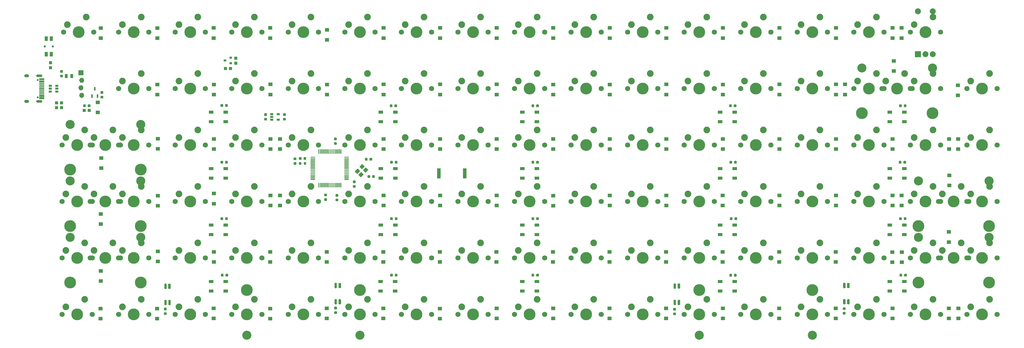
<source format=gbs>
G04 #@! TF.GenerationSoftware,KiCad,Pcbnew,(5.1.10)-1*
G04 #@! TF.CreationDate,2021-08-20T10:36:40-07:00*
G04 #@! TF.ProjectId,Orthonite87_PCB,4f727468-6f6e-4697-9465-38375f504342,rev?*
G04 #@! TF.SameCoordinates,Original*
G04 #@! TF.FileFunction,Soldermask,Bot*
G04 #@! TF.FilePolarity,Negative*
%FSLAX46Y46*%
G04 Gerber Fmt 4.6, Leading zero omitted, Abs format (unit mm)*
G04 Created by KiCad (PCBNEW (5.1.10)-1) date 2021-08-20 10:36:40*
%MOMM*%
%LPD*%
G01*
G04 APERTURE LIST*
%ADD10C,2.250000*%
%ADD11C,3.987800*%
%ADD12C,1.750000*%
%ADD13C,3.048000*%
%ADD14R,0.820000X1.800000*%
%ADD15R,1.100000X1.100000*%
%ADD16R,1.400000X1.200000*%
%ADD17R,1.500000X1.000000*%
%ADD18C,1.700000*%
%ADD19C,4.000000*%
%ADD20C,2.200000*%
%ADD21R,2.000000X2.000000*%
%ADD22C,2.000000*%
%ADD23R,1.750000X0.300000*%
%ADD24C,0.650000*%
%ADD25O,2.100000X0.900000*%
%ADD26O,1.600000X1.000000*%
%ADD27C,0.100000*%
%ADD28R,1.060000X0.650000*%
%ADD29C,0.750000*%
%ADD30R,1.000000X1.550000*%
%ADD31R,0.600000X1.300000*%
%ADD32R,0.900000X0.800000*%
%ADD33O,1.700000X1.700000*%
%ADD34R,1.700000X1.700000*%
%ADD35R,1.300000X3.400000*%
G04 APERTURE END LIST*
D10*
X275590000Y-123508000D03*
D11*
X273050000Y-128588000D03*
D10*
X269240000Y-126048000D03*
D12*
X267970000Y-128588000D03*
X278130000Y-128588000D03*
D10*
X332740000Y-123508000D03*
D11*
X330200000Y-128588000D03*
D10*
X326390000Y-126048000D03*
D12*
X325120000Y-128588000D03*
X335280000Y-128588000D03*
D10*
X313690000Y-123508000D03*
D11*
X311150000Y-128588000D03*
D10*
X307340000Y-126048000D03*
D12*
X306070000Y-128588000D03*
X316230000Y-128588000D03*
D10*
X294640000Y-123508000D03*
D11*
X292100000Y-128588000D03*
D10*
X288290000Y-126048000D03*
D12*
X287020000Y-128588000D03*
X297180000Y-128588000D03*
D10*
X237490000Y-123508000D03*
D11*
X234950000Y-128588000D03*
D10*
X231140000Y-126048000D03*
D12*
X229870000Y-128588000D03*
X240030000Y-128588000D03*
D10*
X218440000Y-123508000D03*
D11*
X215900000Y-128588000D03*
D10*
X212090000Y-126048000D03*
D12*
X210820000Y-128588000D03*
X220980000Y-128588000D03*
D10*
X199390000Y-123508000D03*
D11*
X196850000Y-128588000D03*
D10*
X193040000Y-126048000D03*
D12*
X191770000Y-128588000D03*
X201930000Y-128588000D03*
D10*
X180340000Y-123508000D03*
D11*
X177800000Y-128588000D03*
D10*
X173990000Y-126048000D03*
D12*
X172720000Y-128588000D03*
X182880000Y-128588000D03*
D10*
X28448000Y-28257500D03*
D11*
X25908000Y-33337500D03*
D10*
X22098000Y-30797500D03*
D12*
X20828000Y-33337500D03*
X30988000Y-33337500D03*
D10*
X161290000Y-28257500D03*
D11*
X158750000Y-33337500D03*
D10*
X154940000Y-30797500D03*
D12*
X153670000Y-33337500D03*
X163830000Y-33337500D03*
D10*
X142240000Y-28257500D03*
D11*
X139700000Y-33337500D03*
D10*
X135890000Y-30797500D03*
D12*
X134620000Y-33337500D03*
X144780000Y-33337500D03*
D10*
X123190000Y-28257500D03*
D11*
X120650000Y-33337500D03*
D10*
X116840000Y-30797500D03*
D12*
X115570000Y-33337500D03*
X125730000Y-33337500D03*
D10*
X104140000Y-28257500D03*
D11*
X101600000Y-33337500D03*
D10*
X97790000Y-30797500D03*
D12*
X96520000Y-33337500D03*
X106680000Y-33337500D03*
D10*
X85090000Y-28257500D03*
D11*
X82550000Y-33337500D03*
D10*
X78740000Y-30797500D03*
D12*
X77470000Y-33337500D03*
X87630000Y-33337500D03*
D10*
X66040000Y-28257500D03*
D11*
X63500000Y-33337500D03*
D10*
X59690000Y-30797500D03*
D12*
X58420000Y-33337500D03*
X68580000Y-33337500D03*
D10*
X46990000Y-28257500D03*
D11*
X44450000Y-33337500D03*
D10*
X40640000Y-30797500D03*
D12*
X39370000Y-33337500D03*
X49530000Y-33337500D03*
D10*
X332740000Y-47307500D03*
D11*
X330200000Y-52387500D03*
D10*
X326390000Y-49847500D03*
D12*
X325120000Y-52387500D03*
X335280000Y-52387500D03*
D10*
X161290000Y-123508000D03*
D11*
X158750000Y-128588000D03*
D10*
X154940000Y-126048000D03*
D12*
X153670000Y-128588000D03*
X163830000Y-128588000D03*
D10*
X142240000Y-123508000D03*
D11*
X139700000Y-128588000D03*
D10*
X135890000Y-126048000D03*
D12*
X134620000Y-128588000D03*
X144780000Y-128588000D03*
D10*
X123190000Y-123508000D03*
D11*
X120650000Y-128588000D03*
D10*
X116840000Y-126048000D03*
D12*
X115570000Y-128588000D03*
X125730000Y-128588000D03*
D10*
X85090000Y-123508000D03*
D11*
X82550000Y-128588000D03*
D10*
X78740000Y-126048000D03*
D12*
X77470000Y-128588000D03*
X87630000Y-128588000D03*
D10*
X66040000Y-123508000D03*
D11*
X63500000Y-128588000D03*
D10*
X59690000Y-126048000D03*
D12*
X58420000Y-128588000D03*
X68580000Y-128588000D03*
D10*
X46990000Y-123508000D03*
D11*
X44450000Y-128588000D03*
D10*
X40640000Y-126048000D03*
D12*
X39370000Y-128588000D03*
X49530000Y-128588000D03*
D10*
X27940000Y-123508000D03*
D11*
X25400000Y-128588000D03*
D10*
X21590000Y-126048000D03*
D12*
X20320000Y-128588000D03*
X30480000Y-128588000D03*
D10*
X313690000Y-104458000D03*
D11*
X311150000Y-109538000D03*
D10*
X307340000Y-106998000D03*
D12*
X306070000Y-109538000D03*
X316230000Y-109538000D03*
D10*
X294640000Y-104458000D03*
D11*
X292100000Y-109538000D03*
D10*
X288290000Y-106998000D03*
D12*
X287020000Y-109538000D03*
X297180000Y-109538000D03*
D10*
X275590000Y-104458000D03*
D11*
X273050000Y-109538000D03*
D10*
X269240000Y-106998000D03*
D12*
X267970000Y-109538000D03*
X278130000Y-109538000D03*
D10*
X256540000Y-104458000D03*
D11*
X254000000Y-109538000D03*
D10*
X250190000Y-106998000D03*
D12*
X248920000Y-109538000D03*
X259080000Y-109538000D03*
D10*
X237490000Y-104458000D03*
D11*
X234950000Y-109538000D03*
D10*
X231140000Y-106998000D03*
D12*
X229870000Y-109538000D03*
X240030000Y-109538000D03*
D10*
X218440000Y-104458000D03*
D11*
X215900000Y-109538000D03*
D10*
X212090000Y-106998000D03*
D12*
X210820000Y-109538000D03*
X220980000Y-109538000D03*
D10*
X199390000Y-104458000D03*
D11*
X196850000Y-109538000D03*
D10*
X193040000Y-106998000D03*
D12*
X191770000Y-109538000D03*
X201930000Y-109538000D03*
D10*
X180340000Y-104458000D03*
D11*
X177800000Y-109538000D03*
D10*
X173990000Y-106998000D03*
D12*
X172720000Y-109538000D03*
X182880000Y-109538000D03*
D10*
X161290000Y-104458000D03*
D11*
X158750000Y-109538000D03*
D10*
X154940000Y-106998000D03*
D12*
X153670000Y-109538000D03*
X163830000Y-109538000D03*
D10*
X142240000Y-104458000D03*
D11*
X139700000Y-109538000D03*
D10*
X135890000Y-106998000D03*
D12*
X134620000Y-109538000D03*
X144780000Y-109538000D03*
D10*
X123190000Y-104458000D03*
D11*
X120650000Y-109538000D03*
D10*
X116840000Y-106998000D03*
D12*
X115570000Y-109538000D03*
X125730000Y-109538000D03*
D10*
X104140000Y-104458000D03*
D11*
X101600000Y-109538000D03*
D10*
X97790000Y-106998000D03*
D12*
X96520000Y-109538000D03*
X106680000Y-109538000D03*
D10*
X85090000Y-104458000D03*
D11*
X82550000Y-109538000D03*
D10*
X78740000Y-106998000D03*
D12*
X77470000Y-109538000D03*
X87630000Y-109538000D03*
D10*
X66040000Y-104458000D03*
D11*
X63500000Y-109538000D03*
D10*
X59690000Y-106998000D03*
D12*
X58420000Y-109538000D03*
X68580000Y-109538000D03*
D10*
X27940000Y-104458000D03*
D11*
X25400000Y-109538000D03*
D10*
X21590000Y-106998000D03*
D12*
X20320000Y-109538000D03*
X30480000Y-109538000D03*
D10*
X332740000Y-104458000D03*
D11*
X330200000Y-109538000D03*
D10*
X326390000Y-106998000D03*
D12*
X325120000Y-109538000D03*
X335280000Y-109538000D03*
D10*
X46990000Y-104458000D03*
D11*
X44450000Y-109538000D03*
D10*
X40640000Y-106998000D03*
D12*
X39370000Y-109538000D03*
X49530000Y-109538000D03*
D10*
X313690000Y-85407500D03*
D11*
X311150000Y-90487500D03*
D10*
X307340000Y-87947500D03*
D12*
X306070000Y-90487500D03*
X316230000Y-90487500D03*
D10*
X294640000Y-85407500D03*
D11*
X292100000Y-90487500D03*
D10*
X288290000Y-87947500D03*
D12*
X287020000Y-90487500D03*
X297180000Y-90487500D03*
D10*
X275590000Y-85407500D03*
D11*
X273050000Y-90487500D03*
D10*
X269240000Y-87947500D03*
D12*
X267970000Y-90487500D03*
X278130000Y-90487500D03*
D10*
X256540000Y-85407500D03*
D11*
X254000000Y-90487500D03*
D10*
X250190000Y-87947500D03*
D12*
X248920000Y-90487500D03*
X259080000Y-90487500D03*
D10*
X237490000Y-85407500D03*
D11*
X234950000Y-90487500D03*
D10*
X231140000Y-87947500D03*
D12*
X229870000Y-90487500D03*
X240030000Y-90487500D03*
D10*
X218440000Y-85407500D03*
D11*
X215900000Y-90487500D03*
D10*
X212090000Y-87947500D03*
D12*
X210820000Y-90487500D03*
X220980000Y-90487500D03*
D10*
X199390000Y-85407500D03*
D11*
X196850000Y-90487500D03*
D10*
X193040000Y-87947500D03*
D12*
X191770000Y-90487500D03*
X201930000Y-90487500D03*
D10*
X180340000Y-85407500D03*
D11*
X177800000Y-90487500D03*
D10*
X173990000Y-87947500D03*
D12*
X172720000Y-90487500D03*
X182880000Y-90487500D03*
D10*
X161290000Y-85407500D03*
D11*
X158750000Y-90487500D03*
D10*
X154940000Y-87947500D03*
D12*
X153670000Y-90487500D03*
X163830000Y-90487500D03*
D10*
X142240000Y-85407500D03*
D11*
X139700000Y-90487500D03*
D10*
X135890000Y-87947500D03*
D12*
X134620000Y-90487500D03*
X144780000Y-90487500D03*
D10*
X123190000Y-85407500D03*
D11*
X120650000Y-90487500D03*
D10*
X116840000Y-87947500D03*
D12*
X115570000Y-90487500D03*
X125730000Y-90487500D03*
D10*
X104140000Y-85407500D03*
D11*
X101600000Y-90487500D03*
D10*
X97790000Y-87947500D03*
D12*
X96520000Y-90487500D03*
X106680000Y-90487500D03*
D10*
X85090000Y-85407500D03*
D11*
X82550000Y-90487500D03*
D10*
X78740000Y-87947500D03*
D12*
X77470000Y-90487500D03*
X87630000Y-90487500D03*
D10*
X66040000Y-85407500D03*
D11*
X63500000Y-90487500D03*
D10*
X59690000Y-87947500D03*
D12*
X58420000Y-90487500D03*
X68580000Y-90487500D03*
D10*
X27940000Y-85407500D03*
D11*
X25400000Y-90487500D03*
D10*
X21590000Y-87947500D03*
D12*
X20320000Y-90487500D03*
X30480000Y-90487500D03*
D10*
X332740000Y-85407500D03*
D11*
X330200000Y-90487500D03*
D10*
X326390000Y-87947500D03*
D12*
X325120000Y-90487500D03*
X335280000Y-90487500D03*
D10*
X46990000Y-85407500D03*
D11*
X44450000Y-90487500D03*
D10*
X40640000Y-87947500D03*
D12*
X39370000Y-90487500D03*
X49530000Y-90487500D03*
D10*
X332740000Y-66357500D03*
D11*
X330200000Y-71437500D03*
D10*
X326390000Y-68897500D03*
D12*
X325120000Y-71437500D03*
X335280000Y-71437500D03*
D10*
X313690000Y-66357500D03*
D11*
X311150000Y-71437500D03*
D10*
X307340000Y-68897500D03*
D12*
X306070000Y-71437500D03*
X316230000Y-71437500D03*
D10*
X294640000Y-66357500D03*
D11*
X292100000Y-71437500D03*
D10*
X288290000Y-68897500D03*
D12*
X287020000Y-71437500D03*
X297180000Y-71437500D03*
D10*
X275590000Y-66357500D03*
D11*
X273050000Y-71437500D03*
D10*
X269240000Y-68897500D03*
D12*
X267970000Y-71437500D03*
X278130000Y-71437500D03*
D10*
X256540000Y-66357500D03*
D11*
X254000000Y-71437500D03*
D10*
X250190000Y-68897500D03*
D12*
X248920000Y-71437500D03*
X259080000Y-71437500D03*
D10*
X237490000Y-66357500D03*
D11*
X234950000Y-71437500D03*
D10*
X231140000Y-68897500D03*
D12*
X229870000Y-71437500D03*
X240030000Y-71437500D03*
D10*
X218440000Y-66357500D03*
D11*
X215900000Y-71437500D03*
D10*
X212090000Y-68897500D03*
D12*
X210820000Y-71437500D03*
X220980000Y-71437500D03*
D10*
X199390000Y-66357500D03*
D11*
X196850000Y-71437500D03*
D10*
X193040000Y-68897500D03*
D12*
X191770000Y-71437500D03*
X201930000Y-71437500D03*
D10*
X180340000Y-66357500D03*
D11*
X177800000Y-71437500D03*
D10*
X173990000Y-68897500D03*
D12*
X172720000Y-71437500D03*
X182880000Y-71437500D03*
D10*
X161290000Y-66357500D03*
D11*
X158750000Y-71437500D03*
D10*
X154940000Y-68897500D03*
D12*
X153670000Y-71437500D03*
X163830000Y-71437500D03*
D10*
X142240000Y-66357500D03*
D11*
X139700000Y-71437500D03*
D10*
X135890000Y-68897500D03*
D12*
X134620000Y-71437500D03*
X144780000Y-71437500D03*
D10*
X123190000Y-66357500D03*
D11*
X120650000Y-71437500D03*
D10*
X116840000Y-68897500D03*
D12*
X115570000Y-71437500D03*
X125730000Y-71437500D03*
D10*
X104140000Y-66357500D03*
D11*
X101600000Y-71437500D03*
D10*
X97790000Y-68897500D03*
D12*
X96520000Y-71437500D03*
X106680000Y-71437500D03*
D10*
X85090000Y-66357500D03*
D11*
X82550000Y-71437500D03*
D10*
X78740000Y-68897500D03*
D12*
X77470000Y-71437500D03*
X87630000Y-71437500D03*
D10*
X66040000Y-66357500D03*
D11*
X63500000Y-71437500D03*
D10*
X59690000Y-68897500D03*
D12*
X58420000Y-71437500D03*
X68580000Y-71437500D03*
D10*
X27940000Y-66357500D03*
D11*
X25400000Y-71437500D03*
D10*
X21590000Y-68897500D03*
D12*
X20320000Y-71437500D03*
X30480000Y-71437500D03*
D10*
X46990000Y-66357500D03*
D11*
X44450000Y-71437500D03*
D10*
X40640000Y-68897500D03*
D12*
X39370000Y-71437500D03*
X49530000Y-71437500D03*
D10*
X294640000Y-47307500D03*
D11*
X292100000Y-52387500D03*
D10*
X288290000Y-49847500D03*
D12*
X287020000Y-52387500D03*
X297180000Y-52387500D03*
D10*
X275590000Y-47307500D03*
D11*
X273050000Y-52387500D03*
D10*
X269240000Y-49847500D03*
D12*
X267970000Y-52387500D03*
X278130000Y-52387500D03*
D10*
X256540000Y-47307500D03*
D11*
X254000000Y-52387500D03*
D10*
X250190000Y-49847500D03*
D12*
X248920000Y-52387500D03*
X259080000Y-52387500D03*
D10*
X237490000Y-47307500D03*
D11*
X234950000Y-52387500D03*
D10*
X231140000Y-49847500D03*
D12*
X229870000Y-52387500D03*
X240030000Y-52387500D03*
D10*
X218440000Y-47307500D03*
D11*
X215900000Y-52387500D03*
D10*
X212090000Y-49847500D03*
D12*
X210820000Y-52387500D03*
X220980000Y-52387500D03*
D10*
X199390000Y-47307500D03*
D11*
X196850000Y-52387500D03*
D10*
X193040000Y-49847500D03*
D12*
X191770000Y-52387500D03*
X201930000Y-52387500D03*
D10*
X180340000Y-47307500D03*
D11*
X177800000Y-52387500D03*
D10*
X173990000Y-49847500D03*
D12*
X172720000Y-52387500D03*
X182880000Y-52387500D03*
D10*
X161290000Y-47307500D03*
D11*
X158750000Y-52387500D03*
D10*
X154940000Y-49847500D03*
D12*
X153670000Y-52387500D03*
X163830000Y-52387500D03*
D10*
X142240000Y-47307500D03*
D11*
X139700000Y-52387500D03*
D10*
X135890000Y-49847500D03*
D12*
X134620000Y-52387500D03*
X144780000Y-52387500D03*
D10*
X123190000Y-47307500D03*
D11*
X120650000Y-52387500D03*
D10*
X116840000Y-49847500D03*
D12*
X115570000Y-52387500D03*
X125730000Y-52387500D03*
D10*
X104140000Y-47307500D03*
D11*
X101600000Y-52387500D03*
D10*
X97790000Y-49847500D03*
D12*
X96520000Y-52387500D03*
X106680000Y-52387500D03*
D10*
X85090000Y-47307500D03*
D11*
X82550000Y-52387500D03*
D10*
X78740000Y-49847500D03*
D12*
X77470000Y-52387500D03*
X87630000Y-52387500D03*
D10*
X66040000Y-47307500D03*
D11*
X63500000Y-52387500D03*
D10*
X59690000Y-49847500D03*
D12*
X58420000Y-52387500D03*
X68580000Y-52387500D03*
D10*
X46990000Y-47307500D03*
D11*
X44450000Y-52387500D03*
D10*
X40640000Y-49847500D03*
D12*
X39370000Y-52387500D03*
X49530000Y-52387500D03*
D10*
X313690000Y-47307500D03*
D11*
X311150000Y-52387500D03*
D10*
X307340000Y-49847500D03*
D12*
X306070000Y-52387500D03*
X316230000Y-52387500D03*
D10*
X294640000Y-28257500D03*
D11*
X292100000Y-33337500D03*
D10*
X288290000Y-30797500D03*
D12*
X287020000Y-33337500D03*
X297180000Y-33337500D03*
D10*
X275590000Y-28257500D03*
D11*
X273050000Y-33337500D03*
D10*
X269240000Y-30797500D03*
D12*
X267970000Y-33337500D03*
X278130000Y-33337500D03*
D10*
X256540000Y-28257500D03*
D11*
X254000000Y-33337500D03*
D10*
X250190000Y-30797500D03*
D12*
X248920000Y-33337500D03*
X259080000Y-33337500D03*
D10*
X237490000Y-28257500D03*
D11*
X234950000Y-33337500D03*
D10*
X231140000Y-30797500D03*
D12*
X229870000Y-33337500D03*
X240030000Y-33337500D03*
D10*
X218440000Y-28257500D03*
D11*
X215900000Y-33337500D03*
D10*
X212090000Y-30797500D03*
D12*
X210820000Y-33337500D03*
X220980000Y-33337500D03*
D10*
X199390000Y-28257500D03*
D11*
X196850000Y-33337500D03*
D10*
X193040000Y-30797500D03*
D12*
X191770000Y-33337500D03*
X201930000Y-33337500D03*
D10*
X180340000Y-28257500D03*
D11*
X177800000Y-33337500D03*
D10*
X173990000Y-30797500D03*
D12*
X172720000Y-33337500D03*
X182880000Y-33337500D03*
D10*
X256540000Y-123508000D03*
X250190000Y-126048000D03*
D11*
X254000000Y-128588000D03*
D12*
X248920000Y-128588000D03*
X259080000Y-128588000D03*
D13*
X234950000Y-135573000D03*
X273050000Y-135573000D03*
D11*
X234950000Y-120333000D03*
X273050000Y-120333000D03*
D10*
X104140000Y-123508000D03*
X97790000Y-126048000D03*
D11*
X101600000Y-128588000D03*
D12*
X96520000Y-128588000D03*
X106680000Y-128588000D03*
D13*
X82550000Y-135573000D03*
X120650000Y-135573000D03*
D11*
X82550000Y-120333000D03*
X120650000Y-120333000D03*
D10*
X323215000Y-104458000D03*
D11*
X320675000Y-109538000D03*
D10*
X316865000Y-106998000D03*
D12*
X315595000Y-109538000D03*
X325755000Y-109538000D03*
D13*
X308768750Y-102553000D03*
X332581250Y-102553000D03*
D11*
X308768750Y-117793000D03*
X332581250Y-117793000D03*
D10*
X37465000Y-104458000D03*
D11*
X34925000Y-109538000D03*
D10*
X31115000Y-106998000D03*
D12*
X29845000Y-109538000D03*
X40005000Y-109538000D03*
D13*
X23018750Y-102553000D03*
X46831250Y-102553000D03*
D11*
X23018750Y-117793000D03*
X46831250Y-117793000D03*
D10*
X323215000Y-85407500D03*
D11*
X320675000Y-90487500D03*
D10*
X316865000Y-87947500D03*
D12*
X315595000Y-90487500D03*
X325755000Y-90487500D03*
D13*
X308768750Y-83502500D03*
X332581250Y-83502500D03*
D11*
X308768750Y-98742500D03*
X332581250Y-98742500D03*
D10*
X37465000Y-85407500D03*
D11*
X34925000Y-90487500D03*
D10*
X31115000Y-87947500D03*
D12*
X29845000Y-90487500D03*
X40005000Y-90487500D03*
D13*
X23018750Y-83502500D03*
X46831250Y-83502500D03*
D11*
X23018750Y-98742500D03*
X46831250Y-98742500D03*
D10*
X37465000Y-66357500D03*
D11*
X34925000Y-71437500D03*
D10*
X31115000Y-68897500D03*
D12*
X29845000Y-71437500D03*
X40005000Y-71437500D03*
D13*
X23018750Y-64452500D03*
X46831250Y-64452500D03*
D11*
X23018750Y-79692500D03*
X46831250Y-79692500D03*
D10*
X304165000Y-47307500D03*
D11*
X301625000Y-52387500D03*
D10*
X297815000Y-49847500D03*
D12*
X296545000Y-52387500D03*
X306705000Y-52387500D03*
D13*
X289718750Y-45402500D03*
X313531250Y-45402500D03*
D11*
X289718750Y-60642500D03*
X313531250Y-60642500D03*
G36*
G01*
X285408000Y-125203000D02*
X284998000Y-125203000D01*
G75*
G02*
X284793000Y-124998000I0J205000D01*
G01*
X284793000Y-123608000D01*
G75*
G02*
X284998000Y-123403000I205000J0D01*
G01*
X285408000Y-123403000D01*
G75*
G02*
X285613000Y-123608000I0J-205000D01*
G01*
X285613000Y-124998000D01*
G75*
G02*
X285408000Y-125203000I-205000J0D01*
G01*
G37*
D14*
X285203000Y-118803000D03*
G36*
G01*
X284048000Y-119703000D02*
X283638000Y-119703000D01*
G75*
G02*
X283433000Y-119498000I0J205000D01*
G01*
X283433000Y-118108000D01*
G75*
G02*
X283638000Y-117903000I205000J0D01*
G01*
X284048000Y-117903000D01*
G75*
G02*
X284253000Y-118108000I0J-205000D01*
G01*
X284253000Y-119498000D01*
G75*
G02*
X284048000Y-119703000I-205000J0D01*
G01*
G37*
G36*
G01*
X284048000Y-125203000D02*
X283638000Y-125203000D01*
G75*
G02*
X283433000Y-124998000I0J205000D01*
G01*
X283433000Y-123608000D01*
G75*
G02*
X283638000Y-123403000I205000J0D01*
G01*
X284048000Y-123403000D01*
G75*
G02*
X284253000Y-123608000I0J-205000D01*
G01*
X284253000Y-124998000D01*
G75*
G02*
X284048000Y-125203000I-205000J0D01*
G01*
G37*
G36*
G01*
X228297000Y-125418000D02*
X227887000Y-125418000D01*
G75*
G02*
X227682000Y-125213000I0J205000D01*
G01*
X227682000Y-123823000D01*
G75*
G02*
X227887000Y-123618000I205000J0D01*
G01*
X228297000Y-123618000D01*
G75*
G02*
X228502000Y-123823000I0J-205000D01*
G01*
X228502000Y-125213000D01*
G75*
G02*
X228297000Y-125418000I-205000J0D01*
G01*
G37*
X228092000Y-119018000D03*
G36*
G01*
X226937000Y-119918000D02*
X226527000Y-119918000D01*
G75*
G02*
X226322000Y-119713000I0J205000D01*
G01*
X226322000Y-118323000D01*
G75*
G02*
X226527000Y-118118000I205000J0D01*
G01*
X226937000Y-118118000D01*
G75*
G02*
X227142000Y-118323000I0J-205000D01*
G01*
X227142000Y-119713000D01*
G75*
G02*
X226937000Y-119918000I-205000J0D01*
G01*
G37*
G36*
G01*
X226937000Y-125418000D02*
X226527000Y-125418000D01*
G75*
G02*
X226322000Y-125213000I0J205000D01*
G01*
X226322000Y-123823000D01*
G75*
G02*
X226527000Y-123618000I205000J0D01*
G01*
X226937000Y-123618000D01*
G75*
G02*
X227142000Y-123823000I0J-205000D01*
G01*
X227142000Y-125213000D01*
G75*
G02*
X226937000Y-125418000I-205000J0D01*
G01*
G37*
G36*
G01*
X114086000Y-125203000D02*
X113676000Y-125203000D01*
G75*
G02*
X113471000Y-124998000I0J205000D01*
G01*
X113471000Y-123608000D01*
G75*
G02*
X113676000Y-123403000I205000J0D01*
G01*
X114086000Y-123403000D01*
G75*
G02*
X114291000Y-123608000I0J-205000D01*
G01*
X114291000Y-124998000D01*
G75*
G02*
X114086000Y-125203000I-205000J0D01*
G01*
G37*
X113881000Y-118803000D03*
G36*
G01*
X112726000Y-119703000D02*
X112316000Y-119703000D01*
G75*
G02*
X112111000Y-119498000I0J205000D01*
G01*
X112111000Y-118108000D01*
G75*
G02*
X112316000Y-117903000I205000J0D01*
G01*
X112726000Y-117903000D01*
G75*
G02*
X112931000Y-118108000I0J-205000D01*
G01*
X112931000Y-119498000D01*
G75*
G02*
X112726000Y-119703000I-205000J0D01*
G01*
G37*
G36*
G01*
X112726000Y-125203000D02*
X112316000Y-125203000D01*
G75*
G02*
X112111000Y-124998000I0J205000D01*
G01*
X112111000Y-123608000D01*
G75*
G02*
X112316000Y-123403000I205000J0D01*
G01*
X112726000Y-123403000D01*
G75*
G02*
X112931000Y-123608000I0J-205000D01*
G01*
X112931000Y-124998000D01*
G75*
G02*
X112726000Y-125203000I-205000J0D01*
G01*
G37*
G36*
G01*
X56745000Y-125456000D02*
X56335000Y-125456000D01*
G75*
G02*
X56130000Y-125251000I0J205000D01*
G01*
X56130000Y-123861000D01*
G75*
G02*
X56335000Y-123656000I205000J0D01*
G01*
X56745000Y-123656000D01*
G75*
G02*
X56950000Y-123861000I0J-205000D01*
G01*
X56950000Y-125251000D01*
G75*
G02*
X56745000Y-125456000I-205000J0D01*
G01*
G37*
X56540000Y-119056000D03*
G36*
G01*
X55385000Y-119956000D02*
X54975000Y-119956000D01*
G75*
G02*
X54770000Y-119751000I0J205000D01*
G01*
X54770000Y-118361000D01*
G75*
G02*
X54975000Y-118156000I205000J0D01*
G01*
X55385000Y-118156000D01*
G75*
G02*
X55590000Y-118361000I0J-205000D01*
G01*
X55590000Y-119751000D01*
G75*
G02*
X55385000Y-119956000I-205000J0D01*
G01*
G37*
G36*
G01*
X55385000Y-125456000D02*
X54975000Y-125456000D01*
G75*
G02*
X54770000Y-125251000I0J205000D01*
G01*
X54770000Y-123861000D01*
G75*
G02*
X54975000Y-123656000I205000J0D01*
G01*
X55385000Y-123656000D01*
G75*
G02*
X55590000Y-123861000I0J-205000D01*
G01*
X55590000Y-125251000D01*
G75*
G02*
X55385000Y-125456000I-205000J0D01*
G01*
G37*
D15*
X29456800Y-59721800D03*
X27756800Y-59721800D03*
X16446500Y-45300000D03*
X16446500Y-43600000D03*
X18517500Y-58769200D03*
X20217500Y-58769200D03*
X20217500Y-57181800D03*
X18517500Y-57181800D03*
X78867000Y-42076000D03*
X78867000Y-43776000D03*
X77050000Y-45593000D03*
X75350000Y-45593000D03*
G36*
G01*
X284031000Y-127056000D02*
X283531000Y-127056000D01*
G75*
G02*
X283306000Y-126831000I0J225000D01*
G01*
X283306000Y-126381000D01*
G75*
G02*
X283531000Y-126156000I225000J0D01*
G01*
X284031000Y-126156000D01*
G75*
G02*
X284256000Y-126381000I0J-225000D01*
G01*
X284256000Y-126831000D01*
G75*
G02*
X284031000Y-127056000I-225000J0D01*
G01*
G37*
G36*
G01*
X284031000Y-128606000D02*
X283531000Y-128606000D01*
G75*
G02*
X283306000Y-128381000I0J225000D01*
G01*
X283306000Y-127931000D01*
G75*
G02*
X283531000Y-127706000I225000J0D01*
G01*
X284031000Y-127706000D01*
G75*
G02*
X284256000Y-127931000I0J-225000D01*
G01*
X284256000Y-128381000D01*
G75*
G02*
X284031000Y-128606000I-225000J0D01*
G01*
G37*
G36*
G01*
X226920000Y-127272000D02*
X226420000Y-127272000D01*
G75*
G02*
X226195000Y-127047000I0J225000D01*
G01*
X226195000Y-126597000D01*
G75*
G02*
X226420000Y-126372000I225000J0D01*
G01*
X226920000Y-126372000D01*
G75*
G02*
X227145000Y-126597000I0J-225000D01*
G01*
X227145000Y-127047000D01*
G75*
G02*
X226920000Y-127272000I-225000J0D01*
G01*
G37*
G36*
G01*
X226920000Y-128822000D02*
X226420000Y-128822000D01*
G75*
G02*
X226195000Y-128597000I0J225000D01*
G01*
X226195000Y-128147000D01*
G75*
G02*
X226420000Y-127922000I225000J0D01*
G01*
X226920000Y-127922000D01*
G75*
G02*
X227145000Y-128147000I0J-225000D01*
G01*
X227145000Y-128597000D01*
G75*
G02*
X226920000Y-128822000I-225000J0D01*
G01*
G37*
G36*
G01*
X112709000Y-126866000D02*
X112209000Y-126866000D01*
G75*
G02*
X111984000Y-126641000I0J225000D01*
G01*
X111984000Y-126191000D01*
G75*
G02*
X112209000Y-125966000I225000J0D01*
G01*
X112709000Y-125966000D01*
G75*
G02*
X112934000Y-126191000I0J-225000D01*
G01*
X112934000Y-126641000D01*
G75*
G02*
X112709000Y-126866000I-225000J0D01*
G01*
G37*
G36*
G01*
X112709000Y-128416000D02*
X112209000Y-128416000D01*
G75*
G02*
X111984000Y-128191000I0J225000D01*
G01*
X111984000Y-127741000D01*
G75*
G02*
X112209000Y-127516000I225000J0D01*
G01*
X112709000Y-127516000D01*
G75*
G02*
X112934000Y-127741000I0J-225000D01*
G01*
X112934000Y-128191000D01*
G75*
G02*
X112709000Y-128416000I-225000J0D01*
G01*
G37*
G36*
G01*
X55368000Y-127183000D02*
X54868000Y-127183000D01*
G75*
G02*
X54643000Y-126958000I0J225000D01*
G01*
X54643000Y-126508000D01*
G75*
G02*
X54868000Y-126283000I225000J0D01*
G01*
X55368000Y-126283000D01*
G75*
G02*
X55593000Y-126508000I0J-225000D01*
G01*
X55593000Y-126958000D01*
G75*
G02*
X55368000Y-127183000I-225000J0D01*
G01*
G37*
G36*
G01*
X55368000Y-128733000D02*
X54868000Y-128733000D01*
G75*
G02*
X54643000Y-128508000I0J225000D01*
G01*
X54643000Y-128058000D01*
G75*
G02*
X54868000Y-127833000I225000J0D01*
G01*
X55368000Y-127833000D01*
G75*
G02*
X55593000Y-128058000I0J-225000D01*
G01*
X55593000Y-128508000D01*
G75*
G02*
X55368000Y-128733000I-225000J0D01*
G01*
G37*
G36*
G01*
X75382000Y-115566000D02*
X75382000Y-115066000D01*
G75*
G02*
X75607000Y-114841000I225000J0D01*
G01*
X76057000Y-114841000D01*
G75*
G02*
X76282000Y-115066000I0J-225000D01*
G01*
X76282000Y-115566000D01*
G75*
G02*
X76057000Y-115791000I-225000J0D01*
G01*
X75607000Y-115791000D01*
G75*
G02*
X75382000Y-115566000I0J225000D01*
G01*
G37*
G36*
G01*
X73832000Y-115566000D02*
X73832000Y-115066000D01*
G75*
G02*
X74057000Y-114841000I225000J0D01*
G01*
X74507000Y-114841000D01*
G75*
G02*
X74732000Y-115066000I0J-225000D01*
G01*
X74732000Y-115566000D01*
G75*
G02*
X74507000Y-115791000I-225000J0D01*
G01*
X74057000Y-115791000D01*
G75*
G02*
X73832000Y-115566000I0J225000D01*
G01*
G37*
G36*
G01*
X132405000Y-115566000D02*
X132405000Y-115066000D01*
G75*
G02*
X132630000Y-114841000I225000J0D01*
G01*
X133080000Y-114841000D01*
G75*
G02*
X133305000Y-115066000I0J-225000D01*
G01*
X133305000Y-115566000D01*
G75*
G02*
X133080000Y-115791000I-225000J0D01*
G01*
X132630000Y-115791000D01*
G75*
G02*
X132405000Y-115566000I0J225000D01*
G01*
G37*
G36*
G01*
X130855000Y-115566000D02*
X130855000Y-115066000D01*
G75*
G02*
X131080000Y-114841000I225000J0D01*
G01*
X131530000Y-114841000D01*
G75*
G02*
X131755000Y-115066000I0J-225000D01*
G01*
X131755000Y-115566000D01*
G75*
G02*
X131530000Y-115791000I-225000J0D01*
G01*
X131080000Y-115791000D01*
G75*
G02*
X130855000Y-115566000I0J225000D01*
G01*
G37*
G36*
G01*
X180030000Y-115566000D02*
X180030000Y-115066000D01*
G75*
G02*
X180255000Y-114841000I225000J0D01*
G01*
X180705000Y-114841000D01*
G75*
G02*
X180930000Y-115066000I0J-225000D01*
G01*
X180930000Y-115566000D01*
G75*
G02*
X180705000Y-115791000I-225000J0D01*
G01*
X180255000Y-115791000D01*
G75*
G02*
X180030000Y-115566000I0J225000D01*
G01*
G37*
G36*
G01*
X178480000Y-115566000D02*
X178480000Y-115066000D01*
G75*
G02*
X178705000Y-114841000I225000J0D01*
G01*
X179155000Y-114841000D01*
G75*
G02*
X179380000Y-115066000I0J-225000D01*
G01*
X179380000Y-115566000D01*
G75*
G02*
X179155000Y-115791000I-225000J0D01*
G01*
X178705000Y-115791000D01*
G75*
G02*
X178480000Y-115566000I0J225000D01*
G01*
G37*
G36*
G01*
X246654000Y-115591000D02*
X246654000Y-115091000D01*
G75*
G02*
X246879000Y-114866000I225000J0D01*
G01*
X247329000Y-114866000D01*
G75*
G02*
X247554000Y-115091000I0J-225000D01*
G01*
X247554000Y-115591000D01*
G75*
G02*
X247329000Y-115816000I-225000J0D01*
G01*
X246879000Y-115816000D01*
G75*
G02*
X246654000Y-115591000I0J225000D01*
G01*
G37*
G36*
G01*
X245104000Y-115591000D02*
X245104000Y-115091000D01*
G75*
G02*
X245329000Y-114866000I225000J0D01*
G01*
X245779000Y-114866000D01*
G75*
G02*
X246004000Y-115091000I0J-225000D01*
G01*
X246004000Y-115591000D01*
G75*
G02*
X245779000Y-115816000I-225000J0D01*
G01*
X245329000Y-115816000D01*
G75*
G02*
X245104000Y-115591000I0J225000D01*
G01*
G37*
G36*
G01*
X303982000Y-115566000D02*
X303982000Y-115066000D01*
G75*
G02*
X304207000Y-114841000I225000J0D01*
G01*
X304657000Y-114841000D01*
G75*
G02*
X304882000Y-115066000I0J-225000D01*
G01*
X304882000Y-115566000D01*
G75*
G02*
X304657000Y-115791000I-225000J0D01*
G01*
X304207000Y-115791000D01*
G75*
G02*
X303982000Y-115566000I0J225000D01*
G01*
G37*
G36*
G01*
X302432000Y-115566000D02*
X302432000Y-115066000D01*
G75*
G02*
X302657000Y-114841000I225000J0D01*
G01*
X303107000Y-114841000D01*
G75*
G02*
X303332000Y-115066000I0J-225000D01*
G01*
X303332000Y-115566000D01*
G75*
G02*
X303107000Y-115791000I-225000J0D01*
G01*
X302657000Y-115791000D01*
G75*
G02*
X302432000Y-115566000I0J225000D01*
G01*
G37*
G36*
G01*
X303855000Y-96516000D02*
X303855000Y-96016000D01*
G75*
G02*
X304080000Y-95791000I225000J0D01*
G01*
X304530000Y-95791000D01*
G75*
G02*
X304755000Y-96016000I0J-225000D01*
G01*
X304755000Y-96516000D01*
G75*
G02*
X304530000Y-96741000I-225000J0D01*
G01*
X304080000Y-96741000D01*
G75*
G02*
X303855000Y-96516000I0J225000D01*
G01*
G37*
G36*
G01*
X302305000Y-96516000D02*
X302305000Y-96016000D01*
G75*
G02*
X302530000Y-95791000I225000J0D01*
G01*
X302980000Y-95791000D01*
G75*
G02*
X303205000Y-96016000I0J-225000D01*
G01*
X303205000Y-96516000D01*
G75*
G02*
X302980000Y-96741000I-225000J0D01*
G01*
X302530000Y-96741000D01*
G75*
G02*
X302305000Y-96516000I0J225000D01*
G01*
G37*
G36*
G01*
X246832000Y-96516000D02*
X246832000Y-96016000D01*
G75*
G02*
X247057000Y-95791000I225000J0D01*
G01*
X247507000Y-95791000D01*
G75*
G02*
X247732000Y-96016000I0J-225000D01*
G01*
X247732000Y-96516000D01*
G75*
G02*
X247507000Y-96741000I-225000J0D01*
G01*
X247057000Y-96741000D01*
G75*
G02*
X246832000Y-96516000I0J225000D01*
G01*
G37*
G36*
G01*
X245282000Y-96516000D02*
X245282000Y-96016000D01*
G75*
G02*
X245507000Y-95791000I225000J0D01*
G01*
X245957000Y-95791000D01*
G75*
G02*
X246182000Y-96016000I0J-225000D01*
G01*
X246182000Y-96516000D01*
G75*
G02*
X245957000Y-96741000I-225000J0D01*
G01*
X245507000Y-96741000D01*
G75*
G02*
X245282000Y-96516000I0J225000D01*
G01*
G37*
G36*
G01*
X180030000Y-96516000D02*
X180030000Y-96016000D01*
G75*
G02*
X180255000Y-95791000I225000J0D01*
G01*
X180705000Y-95791000D01*
G75*
G02*
X180930000Y-96016000I0J-225000D01*
G01*
X180930000Y-96516000D01*
G75*
G02*
X180705000Y-96741000I-225000J0D01*
G01*
X180255000Y-96741000D01*
G75*
G02*
X180030000Y-96516000I0J225000D01*
G01*
G37*
G36*
G01*
X178480000Y-96516000D02*
X178480000Y-96016000D01*
G75*
G02*
X178705000Y-95791000I225000J0D01*
G01*
X179155000Y-95791000D01*
G75*
G02*
X179380000Y-96016000I0J-225000D01*
G01*
X179380000Y-96516000D01*
G75*
G02*
X179155000Y-96741000I-225000J0D01*
G01*
X178705000Y-96741000D01*
G75*
G02*
X178480000Y-96516000I0J225000D01*
G01*
G37*
G36*
G01*
X132405000Y-96516000D02*
X132405000Y-96016000D01*
G75*
G02*
X132630000Y-95791000I225000J0D01*
G01*
X133080000Y-95791000D01*
G75*
G02*
X133305000Y-96016000I0J-225000D01*
G01*
X133305000Y-96516000D01*
G75*
G02*
X133080000Y-96741000I-225000J0D01*
G01*
X132630000Y-96741000D01*
G75*
G02*
X132405000Y-96516000I0J225000D01*
G01*
G37*
G36*
G01*
X130855000Y-96516000D02*
X130855000Y-96016000D01*
G75*
G02*
X131080000Y-95791000I225000J0D01*
G01*
X131530000Y-95791000D01*
G75*
G02*
X131755000Y-96016000I0J-225000D01*
G01*
X131755000Y-96516000D01*
G75*
G02*
X131530000Y-96741000I-225000J0D01*
G01*
X131080000Y-96741000D01*
G75*
G02*
X130855000Y-96516000I0J225000D01*
G01*
G37*
G36*
G01*
X75255000Y-96516000D02*
X75255000Y-96016000D01*
G75*
G02*
X75480000Y-95791000I225000J0D01*
G01*
X75930000Y-95791000D01*
G75*
G02*
X76155000Y-96016000I0J-225000D01*
G01*
X76155000Y-96516000D01*
G75*
G02*
X75930000Y-96741000I-225000J0D01*
G01*
X75480000Y-96741000D01*
G75*
G02*
X75255000Y-96516000I0J225000D01*
G01*
G37*
G36*
G01*
X73705000Y-96516000D02*
X73705000Y-96016000D01*
G75*
G02*
X73930000Y-95791000I225000J0D01*
G01*
X74380000Y-95791000D01*
G75*
G02*
X74605000Y-96016000I0J-225000D01*
G01*
X74605000Y-96516000D01*
G75*
G02*
X74380000Y-96741000I-225000J0D01*
G01*
X73930000Y-96741000D01*
G75*
G02*
X73705000Y-96516000I0J225000D01*
G01*
G37*
G36*
G01*
X75255000Y-77466000D02*
X75255000Y-76966000D01*
G75*
G02*
X75480000Y-76741000I225000J0D01*
G01*
X75930000Y-76741000D01*
G75*
G02*
X76155000Y-76966000I0J-225000D01*
G01*
X76155000Y-77466000D01*
G75*
G02*
X75930000Y-77691000I-225000J0D01*
G01*
X75480000Y-77691000D01*
G75*
G02*
X75255000Y-77466000I0J225000D01*
G01*
G37*
G36*
G01*
X73705000Y-77466000D02*
X73705000Y-76966000D01*
G75*
G02*
X73930000Y-76741000I225000J0D01*
G01*
X74380000Y-76741000D01*
G75*
G02*
X74605000Y-76966000I0J-225000D01*
G01*
X74605000Y-77466000D01*
G75*
G02*
X74380000Y-77691000I-225000J0D01*
G01*
X73930000Y-77691000D01*
G75*
G02*
X73705000Y-77466000I0J225000D01*
G01*
G37*
G36*
G01*
X132405000Y-77466000D02*
X132405000Y-76966000D01*
G75*
G02*
X132630000Y-76741000I225000J0D01*
G01*
X133080000Y-76741000D01*
G75*
G02*
X133305000Y-76966000I0J-225000D01*
G01*
X133305000Y-77466000D01*
G75*
G02*
X133080000Y-77691000I-225000J0D01*
G01*
X132630000Y-77691000D01*
G75*
G02*
X132405000Y-77466000I0J225000D01*
G01*
G37*
G36*
G01*
X130855000Y-77466000D02*
X130855000Y-76966000D01*
G75*
G02*
X131080000Y-76741000I225000J0D01*
G01*
X131530000Y-76741000D01*
G75*
G02*
X131755000Y-76966000I0J-225000D01*
G01*
X131755000Y-77466000D01*
G75*
G02*
X131530000Y-77691000I-225000J0D01*
G01*
X131080000Y-77691000D01*
G75*
G02*
X130855000Y-77466000I0J225000D01*
G01*
G37*
G36*
G01*
X180030000Y-77466000D02*
X180030000Y-76966000D01*
G75*
G02*
X180255000Y-76741000I225000J0D01*
G01*
X180705000Y-76741000D01*
G75*
G02*
X180930000Y-76966000I0J-225000D01*
G01*
X180930000Y-77466000D01*
G75*
G02*
X180705000Y-77691000I-225000J0D01*
G01*
X180255000Y-77691000D01*
G75*
G02*
X180030000Y-77466000I0J225000D01*
G01*
G37*
G36*
G01*
X178480000Y-77466000D02*
X178480000Y-76966000D01*
G75*
G02*
X178705000Y-76741000I225000J0D01*
G01*
X179155000Y-76741000D01*
G75*
G02*
X179380000Y-76966000I0J-225000D01*
G01*
X179380000Y-77466000D01*
G75*
G02*
X179155000Y-77691000I-225000J0D01*
G01*
X178705000Y-77691000D01*
G75*
G02*
X178480000Y-77466000I0J225000D01*
G01*
G37*
G36*
G01*
X246705000Y-77466000D02*
X246705000Y-76966000D01*
G75*
G02*
X246930000Y-76741000I225000J0D01*
G01*
X247380000Y-76741000D01*
G75*
G02*
X247605000Y-76966000I0J-225000D01*
G01*
X247605000Y-77466000D01*
G75*
G02*
X247380000Y-77691000I-225000J0D01*
G01*
X246930000Y-77691000D01*
G75*
G02*
X246705000Y-77466000I0J225000D01*
G01*
G37*
G36*
G01*
X245155000Y-77466000D02*
X245155000Y-76966000D01*
G75*
G02*
X245380000Y-76741000I225000J0D01*
G01*
X245830000Y-76741000D01*
G75*
G02*
X246055000Y-76966000I0J-225000D01*
G01*
X246055000Y-77466000D01*
G75*
G02*
X245830000Y-77691000I-225000J0D01*
G01*
X245380000Y-77691000D01*
G75*
G02*
X245155000Y-77466000I0J225000D01*
G01*
G37*
G36*
G01*
X303728000Y-77466000D02*
X303728000Y-76966000D01*
G75*
G02*
X303953000Y-76741000I225000J0D01*
G01*
X304403000Y-76741000D01*
G75*
G02*
X304628000Y-76966000I0J-225000D01*
G01*
X304628000Y-77466000D01*
G75*
G02*
X304403000Y-77691000I-225000J0D01*
G01*
X303953000Y-77691000D01*
G75*
G02*
X303728000Y-77466000I0J225000D01*
G01*
G37*
G36*
G01*
X302178000Y-77466000D02*
X302178000Y-76966000D01*
G75*
G02*
X302403000Y-76741000I225000J0D01*
G01*
X302853000Y-76741000D01*
G75*
G02*
X303078000Y-76966000I0J-225000D01*
G01*
X303078000Y-77466000D01*
G75*
G02*
X302853000Y-77691000I-225000J0D01*
G01*
X302403000Y-77691000D01*
G75*
G02*
X302178000Y-77466000I0J225000D01*
G01*
G37*
G36*
G01*
X303855000Y-58416000D02*
X303855000Y-57916000D01*
G75*
G02*
X304080000Y-57691000I225000J0D01*
G01*
X304530000Y-57691000D01*
G75*
G02*
X304755000Y-57916000I0J-225000D01*
G01*
X304755000Y-58416000D01*
G75*
G02*
X304530000Y-58641000I-225000J0D01*
G01*
X304080000Y-58641000D01*
G75*
G02*
X303855000Y-58416000I0J225000D01*
G01*
G37*
G36*
G01*
X302305000Y-58416000D02*
X302305000Y-57916000D01*
G75*
G02*
X302530000Y-57691000I225000J0D01*
G01*
X302980000Y-57691000D01*
G75*
G02*
X303205000Y-57916000I0J-225000D01*
G01*
X303205000Y-58416000D01*
G75*
G02*
X302980000Y-58641000I-225000J0D01*
G01*
X302530000Y-58641000D01*
G75*
G02*
X302305000Y-58416000I0J225000D01*
G01*
G37*
G36*
G01*
X246578000Y-58416000D02*
X246578000Y-57916000D01*
G75*
G02*
X246803000Y-57691000I225000J0D01*
G01*
X247253000Y-57691000D01*
G75*
G02*
X247478000Y-57916000I0J-225000D01*
G01*
X247478000Y-58416000D01*
G75*
G02*
X247253000Y-58641000I-225000J0D01*
G01*
X246803000Y-58641000D01*
G75*
G02*
X246578000Y-58416000I0J225000D01*
G01*
G37*
G36*
G01*
X245028000Y-58416000D02*
X245028000Y-57916000D01*
G75*
G02*
X245253000Y-57691000I225000J0D01*
G01*
X245703000Y-57691000D01*
G75*
G02*
X245928000Y-57916000I0J-225000D01*
G01*
X245928000Y-58416000D01*
G75*
G02*
X245703000Y-58641000I-225000J0D01*
G01*
X245253000Y-58641000D01*
G75*
G02*
X245028000Y-58416000I0J225000D01*
G01*
G37*
G36*
G01*
X180030000Y-58416000D02*
X180030000Y-57916000D01*
G75*
G02*
X180255000Y-57691000I225000J0D01*
G01*
X180705000Y-57691000D01*
G75*
G02*
X180930000Y-57916000I0J-225000D01*
G01*
X180930000Y-58416000D01*
G75*
G02*
X180705000Y-58641000I-225000J0D01*
G01*
X180255000Y-58641000D01*
G75*
G02*
X180030000Y-58416000I0J225000D01*
G01*
G37*
G36*
G01*
X178480000Y-58416000D02*
X178480000Y-57916000D01*
G75*
G02*
X178705000Y-57691000I225000J0D01*
G01*
X179155000Y-57691000D01*
G75*
G02*
X179380000Y-57916000I0J-225000D01*
G01*
X179380000Y-58416000D01*
G75*
G02*
X179155000Y-58641000I-225000J0D01*
G01*
X178705000Y-58641000D01*
G75*
G02*
X178480000Y-58416000I0J225000D01*
G01*
G37*
G36*
G01*
X132278000Y-58416000D02*
X132278000Y-57916000D01*
G75*
G02*
X132503000Y-57691000I225000J0D01*
G01*
X132953000Y-57691000D01*
G75*
G02*
X133178000Y-57916000I0J-225000D01*
G01*
X133178000Y-58416000D01*
G75*
G02*
X132953000Y-58641000I-225000J0D01*
G01*
X132503000Y-58641000D01*
G75*
G02*
X132278000Y-58416000I0J225000D01*
G01*
G37*
G36*
G01*
X130728000Y-58416000D02*
X130728000Y-57916000D01*
G75*
G02*
X130953000Y-57691000I225000J0D01*
G01*
X131403000Y-57691000D01*
G75*
G02*
X131628000Y-57916000I0J-225000D01*
G01*
X131628000Y-58416000D01*
G75*
G02*
X131403000Y-58641000I-225000J0D01*
G01*
X130953000Y-58641000D01*
G75*
G02*
X130728000Y-58416000I0J225000D01*
G01*
G37*
G36*
G01*
X75255000Y-58289000D02*
X75255000Y-57789000D01*
G75*
G02*
X75480000Y-57564000I225000J0D01*
G01*
X75930000Y-57564000D01*
G75*
G02*
X76155000Y-57789000I0J-225000D01*
G01*
X76155000Y-58289000D01*
G75*
G02*
X75930000Y-58514000I-225000J0D01*
G01*
X75480000Y-58514000D01*
G75*
G02*
X75255000Y-58289000I0J225000D01*
G01*
G37*
G36*
G01*
X73705000Y-58289000D02*
X73705000Y-57789000D01*
G75*
G02*
X73930000Y-57564000I225000J0D01*
G01*
X74380000Y-57564000D01*
G75*
G02*
X74605000Y-57789000I0J-225000D01*
G01*
X74605000Y-58289000D01*
G75*
G02*
X74380000Y-58514000I-225000J0D01*
G01*
X73930000Y-58514000D01*
G75*
G02*
X73705000Y-58289000I0J225000D01*
G01*
G37*
G36*
G01*
X28338000Y-57884200D02*
X28338000Y-58384200D01*
G75*
G02*
X28113000Y-58609200I-225000J0D01*
G01*
X27663000Y-58609200D01*
G75*
G02*
X27438000Y-58384200I0J225000D01*
G01*
X27438000Y-57884200D01*
G75*
G02*
X27663000Y-57659200I225000J0D01*
G01*
X28113000Y-57659200D01*
G75*
G02*
X28338000Y-57884200I0J-225000D01*
G01*
G37*
G36*
G01*
X29888000Y-57884200D02*
X29888000Y-58384200D01*
G75*
G02*
X29663000Y-58609200I-225000J0D01*
G01*
X29213000Y-58609200D01*
G75*
G02*
X28988000Y-58384200I0J225000D01*
G01*
X28988000Y-57884200D01*
G75*
G02*
X29213000Y-57659200I225000J0D01*
G01*
X29663000Y-57659200D01*
G75*
G02*
X29888000Y-57884200I0J-225000D01*
G01*
G37*
G36*
G01*
X33500200Y-54776200D02*
X34000200Y-54776200D01*
G75*
G02*
X34225200Y-55001200I0J-225000D01*
G01*
X34225200Y-55451200D01*
G75*
G02*
X34000200Y-55676200I-225000J0D01*
G01*
X33500200Y-55676200D01*
G75*
G02*
X33275200Y-55451200I0J225000D01*
G01*
X33275200Y-55001200D01*
G75*
G02*
X33500200Y-54776200I225000J0D01*
G01*
G37*
G36*
G01*
X33500200Y-53226200D02*
X34000200Y-53226200D01*
G75*
G02*
X34225200Y-53451200I0J-225000D01*
G01*
X34225200Y-53901200D01*
G75*
G02*
X34000200Y-54126200I-225000J0D01*
G01*
X33500200Y-54126200D01*
G75*
G02*
X33275200Y-53901200I0J225000D01*
G01*
X33275200Y-53451200D01*
G75*
G02*
X33500200Y-53226200I225000J0D01*
G01*
G37*
G36*
G01*
X123896000Y-76450000D02*
X123896000Y-75950000D01*
G75*
G02*
X124121000Y-75725000I225000J0D01*
G01*
X124571000Y-75725000D01*
G75*
G02*
X124796000Y-75950000I0J-225000D01*
G01*
X124796000Y-76450000D01*
G75*
G02*
X124571000Y-76675000I-225000J0D01*
G01*
X124121000Y-76675000D01*
G75*
G02*
X123896000Y-76450000I0J225000D01*
G01*
G37*
G36*
G01*
X122346000Y-76450000D02*
X122346000Y-75950000D01*
G75*
G02*
X122571000Y-75725000I225000J0D01*
G01*
X123021000Y-75725000D01*
G75*
G02*
X123246000Y-75950000I0J-225000D01*
G01*
X123246000Y-76450000D01*
G75*
G02*
X123021000Y-76675000I-225000J0D01*
G01*
X122571000Y-76675000D01*
G75*
G02*
X122346000Y-76450000I0J225000D01*
G01*
G37*
G36*
G01*
X124785000Y-82292000D02*
X124785000Y-81792000D01*
G75*
G02*
X125010000Y-81567000I225000J0D01*
G01*
X125460000Y-81567000D01*
G75*
G02*
X125685000Y-81792000I0J-225000D01*
G01*
X125685000Y-82292000D01*
G75*
G02*
X125460000Y-82517000I-225000J0D01*
G01*
X125010000Y-82517000D01*
G75*
G02*
X124785000Y-82292000I0J225000D01*
G01*
G37*
G36*
G01*
X123235000Y-82292000D02*
X123235000Y-81792000D01*
G75*
G02*
X123460000Y-81567000I225000J0D01*
G01*
X123910000Y-81567000D01*
G75*
G02*
X124135000Y-81792000I0J-225000D01*
G01*
X124135000Y-82292000D01*
G75*
G02*
X123910000Y-82517000I-225000J0D01*
G01*
X123460000Y-82517000D01*
G75*
G02*
X123235000Y-82292000I0J225000D01*
G01*
G37*
G36*
G01*
X95000000Y-62237500D02*
X95500000Y-62237500D01*
G75*
G02*
X95725000Y-62462500I0J-225000D01*
G01*
X95725000Y-62912500D01*
G75*
G02*
X95500000Y-63137500I-225000J0D01*
G01*
X95000000Y-63137500D01*
G75*
G02*
X94775000Y-62912500I0J225000D01*
G01*
X94775000Y-62462500D01*
G75*
G02*
X95000000Y-62237500I225000J0D01*
G01*
G37*
G36*
G01*
X95000000Y-60687500D02*
X95500000Y-60687500D01*
G75*
G02*
X95725000Y-60912500I0J-225000D01*
G01*
X95725000Y-61362500D01*
G75*
G02*
X95500000Y-61587500I-225000J0D01*
G01*
X95000000Y-61587500D01*
G75*
G02*
X94775000Y-61362500I0J225000D01*
G01*
X94775000Y-60912500D01*
G75*
G02*
X95000000Y-60687500I225000J0D01*
G01*
G37*
G36*
G01*
X88650000Y-62237500D02*
X89150000Y-62237500D01*
G75*
G02*
X89375000Y-62462500I0J-225000D01*
G01*
X89375000Y-62912500D01*
G75*
G02*
X89150000Y-63137500I-225000J0D01*
G01*
X88650000Y-63137500D01*
G75*
G02*
X88425000Y-62912500I0J225000D01*
G01*
X88425000Y-62462500D01*
G75*
G02*
X88650000Y-62237500I225000J0D01*
G01*
G37*
G36*
G01*
X88650000Y-60687500D02*
X89150000Y-60687500D01*
G75*
G02*
X89375000Y-60912500I0J-225000D01*
G01*
X89375000Y-61362500D01*
G75*
G02*
X89150000Y-61587500I-225000J0D01*
G01*
X88650000Y-61587500D01*
G75*
G02*
X88425000Y-61362500I0J225000D01*
G01*
X88425000Y-60912500D01*
G75*
G02*
X88650000Y-60687500I225000J0D01*
G01*
G37*
G36*
G01*
X19911200Y-47664200D02*
X20411200Y-47664200D01*
G75*
G02*
X20636200Y-47889200I0J-225000D01*
G01*
X20636200Y-48339200D01*
G75*
G02*
X20411200Y-48564200I-225000J0D01*
G01*
X19911200Y-48564200D01*
G75*
G02*
X19686200Y-48339200I0J225000D01*
G01*
X19686200Y-47889200D01*
G75*
G02*
X19911200Y-47664200I225000J0D01*
G01*
G37*
G36*
G01*
X19911200Y-46114200D02*
X20411200Y-46114200D01*
G75*
G02*
X20636200Y-46339200I0J-225000D01*
G01*
X20636200Y-46789200D01*
G75*
G02*
X20411200Y-47014200I-225000J0D01*
G01*
X19911200Y-47014200D01*
G75*
G02*
X19686200Y-46789200I0J225000D01*
G01*
X19686200Y-46339200D01*
G75*
G02*
X19911200Y-46114200I225000J0D01*
G01*
G37*
G36*
G01*
X113153000Y-88829000D02*
X112653000Y-88829000D01*
G75*
G02*
X112428000Y-88604000I0J225000D01*
G01*
X112428000Y-88154000D01*
G75*
G02*
X112653000Y-87929000I225000J0D01*
G01*
X113153000Y-87929000D01*
G75*
G02*
X113378000Y-88154000I0J-225000D01*
G01*
X113378000Y-88604000D01*
G75*
G02*
X113153000Y-88829000I-225000J0D01*
G01*
G37*
G36*
G01*
X113153000Y-90379000D02*
X112653000Y-90379000D01*
G75*
G02*
X112428000Y-90154000I0J225000D01*
G01*
X112428000Y-89704000D01*
G75*
G02*
X112653000Y-89479000I225000J0D01*
G01*
X113153000Y-89479000D01*
G75*
G02*
X113378000Y-89704000I0J-225000D01*
G01*
X113378000Y-90154000D01*
G75*
G02*
X113153000Y-90379000I-225000J0D01*
G01*
G37*
G36*
G01*
X118995000Y-84257000D02*
X118495000Y-84257000D01*
G75*
G02*
X118270000Y-84032000I0J225000D01*
G01*
X118270000Y-83582000D01*
G75*
G02*
X118495000Y-83357000I225000J0D01*
G01*
X118995000Y-83357000D01*
G75*
G02*
X119220000Y-83582000I0J-225000D01*
G01*
X119220000Y-84032000D01*
G75*
G02*
X118995000Y-84257000I-225000J0D01*
G01*
G37*
G36*
G01*
X118995000Y-85807000D02*
X118495000Y-85807000D01*
G75*
G02*
X118270000Y-85582000I0J225000D01*
G01*
X118270000Y-85132000D01*
G75*
G02*
X118495000Y-84907000I225000J0D01*
G01*
X118995000Y-84907000D01*
G75*
G02*
X119220000Y-85132000I0J-225000D01*
G01*
X119220000Y-85582000D01*
G75*
G02*
X118995000Y-85807000I-225000J0D01*
G01*
G37*
G36*
G01*
X109343000Y-88702000D02*
X108843000Y-88702000D01*
G75*
G02*
X108618000Y-88477000I0J225000D01*
G01*
X108618000Y-88027000D01*
G75*
G02*
X108843000Y-87802000I225000J0D01*
G01*
X109343000Y-87802000D01*
G75*
G02*
X109568000Y-88027000I0J-225000D01*
G01*
X109568000Y-88477000D01*
G75*
G02*
X109343000Y-88702000I-225000J0D01*
G01*
G37*
G36*
G01*
X109343000Y-90252000D02*
X108843000Y-90252000D01*
G75*
G02*
X108618000Y-90027000I0J225000D01*
G01*
X108618000Y-89577000D01*
G75*
G02*
X108843000Y-89352000I225000J0D01*
G01*
X109343000Y-89352000D01*
G75*
G02*
X109568000Y-89577000I0J-225000D01*
G01*
X109568000Y-90027000D01*
G75*
G02*
X109343000Y-90252000I-225000J0D01*
G01*
G37*
G36*
G01*
X101671000Y-76196000D02*
X101671000Y-75696000D01*
G75*
G02*
X101896000Y-75471000I225000J0D01*
G01*
X102346000Y-75471000D01*
G75*
G02*
X102571000Y-75696000I0J-225000D01*
G01*
X102571000Y-76196000D01*
G75*
G02*
X102346000Y-76421000I-225000J0D01*
G01*
X101896000Y-76421000D01*
G75*
G02*
X101671000Y-76196000I0J225000D01*
G01*
G37*
G36*
G01*
X100121000Y-76196000D02*
X100121000Y-75696000D01*
G75*
G02*
X100346000Y-75471000I225000J0D01*
G01*
X100796000Y-75471000D01*
G75*
G02*
X101021000Y-75696000I0J-225000D01*
G01*
X101021000Y-76196000D01*
G75*
G02*
X100796000Y-76421000I-225000J0D01*
G01*
X100346000Y-76421000D01*
G75*
G02*
X100121000Y-76196000I0J225000D01*
G01*
G37*
G36*
G01*
X112145000Y-70429000D02*
X112645000Y-70429000D01*
G75*
G02*
X112870000Y-70654000I0J-225000D01*
G01*
X112870000Y-71104000D01*
G75*
G02*
X112645000Y-71329000I-225000J0D01*
G01*
X112145000Y-71329000D01*
G75*
G02*
X111920000Y-71104000I0J225000D01*
G01*
X111920000Y-70654000D01*
G75*
G02*
X112145000Y-70429000I225000J0D01*
G01*
G37*
G36*
G01*
X112145000Y-68879000D02*
X112645000Y-68879000D01*
G75*
G02*
X112870000Y-69104000I0J-225000D01*
G01*
X112870000Y-69554000D01*
G75*
G02*
X112645000Y-69779000I-225000J0D01*
G01*
X112145000Y-69779000D01*
G75*
G02*
X111920000Y-69554000I0J225000D01*
G01*
X111920000Y-69104000D01*
G75*
G02*
X112145000Y-68879000I225000J0D01*
G01*
G37*
G36*
G01*
X98556000Y-77160000D02*
X99056000Y-77160000D01*
G75*
G02*
X99281000Y-77385000I0J-225000D01*
G01*
X99281000Y-77835000D01*
G75*
G02*
X99056000Y-78060000I-225000J0D01*
G01*
X98556000Y-78060000D01*
G75*
G02*
X98331000Y-77835000I0J225000D01*
G01*
X98331000Y-77385000D01*
G75*
G02*
X98556000Y-77160000I225000J0D01*
G01*
G37*
G36*
G01*
X98556000Y-75610000D02*
X99056000Y-75610000D01*
G75*
G02*
X99281000Y-75835000I0J-225000D01*
G01*
X99281000Y-76285000D01*
G75*
G02*
X99056000Y-76510000I-225000J0D01*
G01*
X98556000Y-76510000D01*
G75*
G02*
X98331000Y-76285000I0J225000D01*
G01*
X98331000Y-75835000D01*
G75*
G02*
X98556000Y-75610000I225000J0D01*
G01*
G37*
D16*
X52451000Y-35355000D03*
X52451000Y-31955000D03*
X33401000Y-35354000D03*
X33401000Y-31954000D03*
X322262000Y-129906000D03*
X322262000Y-126506000D03*
X319088000Y-129906000D03*
X319088000Y-126506000D03*
X300101000Y-129906000D03*
X300101000Y-126506000D03*
X280988000Y-129906000D03*
X280988000Y-126506000D03*
X261938000Y-129906000D03*
X261938000Y-126506000D03*
X242951000Y-129906000D03*
X242951000Y-126506000D03*
X223838000Y-129906000D03*
X223838000Y-126506000D03*
X204788000Y-129906000D03*
X204788000Y-126506000D03*
X185801000Y-129906000D03*
X185801000Y-126506000D03*
X166751000Y-129906000D03*
X166751000Y-126506000D03*
X147638000Y-129970000D03*
X147638000Y-126570000D03*
X128588000Y-129906000D03*
X128588000Y-126506000D03*
X109538000Y-129906000D03*
X109538000Y-126506000D03*
X90487500Y-129970000D03*
X90487500Y-126570000D03*
X71437500Y-129906000D03*
X71437500Y-126506000D03*
X52387500Y-129970000D03*
X52387500Y-126570000D03*
X33337500Y-129970000D03*
X33337500Y-126570000D03*
X319088000Y-104126000D03*
X319088000Y-100726000D03*
X303212000Y-110920000D03*
X303212000Y-107520000D03*
X300038000Y-110920000D03*
X300038000Y-107520000D03*
X280988000Y-110856000D03*
X280988000Y-107456000D03*
X261938000Y-110856000D03*
X261938000Y-107456000D03*
X242888000Y-110856000D03*
X242888000Y-107456000D03*
X223838000Y-110856000D03*
X223838000Y-107456000D03*
X204788000Y-110856000D03*
X204788000Y-107456000D03*
X185738000Y-110856000D03*
X185738000Y-107456000D03*
X166688000Y-110856000D03*
X166688000Y-107456000D03*
X147638000Y-110856000D03*
X147638000Y-107456000D03*
X128588000Y-110856000D03*
X128588000Y-107456000D03*
X109538000Y-110856000D03*
X109538000Y-107456000D03*
X90487500Y-110856000D03*
X90487500Y-107456000D03*
X71501000Y-110856000D03*
X71501000Y-107456000D03*
X52578000Y-110666000D03*
X52578000Y-107266000D03*
X33401000Y-117270000D03*
X33401000Y-113870000D03*
X319214000Y-85012000D03*
X319214000Y-81612000D03*
X303149000Y-91806500D03*
X303149000Y-88406500D03*
X300101000Y-91806500D03*
X300101000Y-88406500D03*
X281051000Y-91806500D03*
X281051000Y-88406500D03*
X262001000Y-91806500D03*
X262001000Y-88406500D03*
X242888000Y-91806500D03*
X242888000Y-88406500D03*
X223901000Y-91806500D03*
X223901000Y-88406500D03*
X204851000Y-91806500D03*
X204851000Y-88406500D03*
X185801000Y-91870000D03*
X185801000Y-88470000D03*
X166751000Y-91806500D03*
X166751000Y-88406500D03*
X147701000Y-91806500D03*
X147701000Y-88406500D03*
X128651000Y-91806500D03*
X128651000Y-88406500D03*
X93726000Y-91806500D03*
X93726000Y-88406500D03*
X90551000Y-91806500D03*
X90551000Y-88406500D03*
X71501000Y-91171500D03*
X71501000Y-87771500D03*
X52578000Y-91870000D03*
X52578000Y-88470000D03*
X33401000Y-98093000D03*
X33401000Y-94693000D03*
X322199000Y-72756500D03*
X322199000Y-69356500D03*
X319151000Y-72756500D03*
X319151000Y-69356500D03*
X300101000Y-72756500D03*
X300101000Y-69356500D03*
X281051000Y-72756500D03*
X281051000Y-69356500D03*
X262001000Y-72756500D03*
X262001000Y-69356500D03*
X242951000Y-72756500D03*
X242951000Y-69356500D03*
X223901000Y-72756500D03*
X223901000Y-69356500D03*
X204851000Y-72756500D03*
X204851000Y-69356500D03*
X185801000Y-72756500D03*
X185801000Y-69356500D03*
X166751000Y-72756500D03*
X166751000Y-69356500D03*
X147701000Y-72756500D03*
X147701000Y-69356500D03*
X128651000Y-72756500D03*
X128651000Y-69356500D03*
X93726000Y-72756500D03*
X93726000Y-69356500D03*
X90551000Y-72756500D03*
X90551000Y-69356500D03*
X71501000Y-72756500D03*
X71501000Y-69356500D03*
X52578000Y-72693000D03*
X52578000Y-69293000D03*
X33528000Y-79170000D03*
X33528000Y-75770000D03*
X322136000Y-54659000D03*
X322136000Y-51259000D03*
X300546000Y-46404000D03*
X300546000Y-43004000D03*
X284099000Y-54341500D03*
X284099000Y-50941500D03*
X281051000Y-54341500D03*
X281051000Y-50941500D03*
X262001000Y-54341500D03*
X262001000Y-50941500D03*
X242951000Y-54405000D03*
X242951000Y-51005000D03*
X223901000Y-54341500D03*
X223901000Y-50941500D03*
X204851000Y-54405000D03*
X204851000Y-51005000D03*
X185801000Y-54405000D03*
X185801000Y-51005000D03*
X166751000Y-54341500D03*
X166751000Y-50941500D03*
X147701000Y-54341500D03*
X147701000Y-50941500D03*
X128651000Y-54341500D03*
X128651000Y-50941500D03*
X109601000Y-54405000D03*
X109601000Y-51005000D03*
X90551000Y-54341500D03*
X90551000Y-50941500D03*
X71501000Y-54405000D03*
X71501000Y-51005000D03*
X52451000Y-54405000D03*
X52451000Y-51005000D03*
X303149000Y-35291500D03*
X303149000Y-31891500D03*
X300101000Y-35291500D03*
X300101000Y-31891500D03*
X281051000Y-35291500D03*
X281051000Y-31891500D03*
X262001000Y-35291500D03*
X262001000Y-31891500D03*
X242951000Y-35291500D03*
X242951000Y-31891500D03*
X223901000Y-35291500D03*
X223901000Y-31891500D03*
X204851000Y-35291500D03*
X204851000Y-31891500D03*
X185801000Y-35291500D03*
X185801000Y-31891500D03*
X166751000Y-35291500D03*
X166751000Y-31891500D03*
X147701000Y-35291500D03*
X147701000Y-31891500D03*
X128651000Y-35291500D03*
X128651000Y-31891500D03*
X109601000Y-35926500D03*
X109601000Y-32526500D03*
X90487500Y-35291500D03*
X90487500Y-31891500D03*
X71437500Y-35291500D03*
X71437500Y-31891500D03*
X32385000Y-60374000D03*
X32385000Y-56974000D03*
D17*
X180250000Y-60312500D03*
X180250000Y-63512500D03*
X175350000Y-60312500D03*
X175350000Y-63512500D03*
D18*
X316290000Y-33317500D03*
X306130000Y-33317500D03*
D19*
X311210000Y-33317500D03*
D20*
X307400000Y-30777500D03*
X313750000Y-28237500D03*
D21*
X308650000Y-40737500D03*
D22*
X311150000Y-40737500D03*
X313650000Y-40737500D03*
X308650000Y-26237500D03*
X313650000Y-26237500D03*
D23*
X13468800Y-49037500D03*
X13468800Y-49337500D03*
X13468800Y-50137500D03*
X13468800Y-49837500D03*
X13468800Y-54637500D03*
X13468800Y-54937500D03*
X13468800Y-55437500D03*
X13468800Y-55737500D03*
X13468800Y-52637500D03*
X13468800Y-53637500D03*
X13468800Y-54137500D03*
X13468800Y-53137500D03*
X13468800Y-50637500D03*
X13468800Y-51137500D03*
X13468800Y-51637500D03*
X13468800Y-52137500D03*
D24*
X12128800Y-49497500D03*
X12128800Y-55277500D03*
D25*
X12628800Y-48067500D03*
X12628800Y-56707500D03*
D26*
X8448800Y-48067500D03*
X8448800Y-56707500D03*
D27*
G36*
X120974512Y-82308097D02*
G01*
X120125984Y-81459569D01*
X121115934Y-80469619D01*
X121964462Y-81318147D01*
X120974512Y-82308097D01*
G37*
G36*
X122530147Y-80752462D02*
G01*
X121681619Y-79903934D01*
X122671569Y-78913984D01*
X123520097Y-79762512D01*
X122530147Y-80752462D01*
G37*
G36*
X121328066Y-79550381D02*
G01*
X120479538Y-78701853D01*
X121469488Y-77711903D01*
X122318016Y-78560431D01*
X121328066Y-79550381D01*
G37*
G36*
X119772431Y-81106016D02*
G01*
X118923903Y-80257488D01*
X119913853Y-79267538D01*
X120762381Y-80116066D01*
X119772431Y-81106016D01*
G37*
G36*
G01*
X114390000Y-72873000D02*
X114390000Y-74273000D01*
G75*
G02*
X114315000Y-74348000I-75000J0D01*
G01*
X114165000Y-74348000D01*
G75*
G02*
X114090000Y-74273000I0J75000D01*
G01*
X114090000Y-72873000D01*
G75*
G02*
X114165000Y-72798000I75000J0D01*
G01*
X114315000Y-72798000D01*
G75*
G02*
X114390000Y-72873000I0J-75000D01*
G01*
G37*
G36*
G01*
X113890000Y-72873000D02*
X113890000Y-74273000D01*
G75*
G02*
X113815000Y-74348000I-75000J0D01*
G01*
X113665000Y-74348000D01*
G75*
G02*
X113590000Y-74273000I0J75000D01*
G01*
X113590000Y-72873000D01*
G75*
G02*
X113665000Y-72798000I75000J0D01*
G01*
X113815000Y-72798000D01*
G75*
G02*
X113890000Y-72873000I0J-75000D01*
G01*
G37*
G36*
G01*
X113390000Y-72873000D02*
X113390000Y-74273000D01*
G75*
G02*
X113315000Y-74348000I-75000J0D01*
G01*
X113165000Y-74348000D01*
G75*
G02*
X113090000Y-74273000I0J75000D01*
G01*
X113090000Y-72873000D01*
G75*
G02*
X113165000Y-72798000I75000J0D01*
G01*
X113315000Y-72798000D01*
G75*
G02*
X113390000Y-72873000I0J-75000D01*
G01*
G37*
G36*
G01*
X112890000Y-72873000D02*
X112890000Y-74273000D01*
G75*
G02*
X112815000Y-74348000I-75000J0D01*
G01*
X112665000Y-74348000D01*
G75*
G02*
X112590000Y-74273000I0J75000D01*
G01*
X112590000Y-72873000D01*
G75*
G02*
X112665000Y-72798000I75000J0D01*
G01*
X112815000Y-72798000D01*
G75*
G02*
X112890000Y-72873000I0J-75000D01*
G01*
G37*
G36*
G01*
X112390000Y-72873000D02*
X112390000Y-74273000D01*
G75*
G02*
X112315000Y-74348000I-75000J0D01*
G01*
X112165000Y-74348000D01*
G75*
G02*
X112090000Y-74273000I0J75000D01*
G01*
X112090000Y-72873000D01*
G75*
G02*
X112165000Y-72798000I75000J0D01*
G01*
X112315000Y-72798000D01*
G75*
G02*
X112390000Y-72873000I0J-75000D01*
G01*
G37*
G36*
G01*
X111890000Y-72873000D02*
X111890000Y-74273000D01*
G75*
G02*
X111815000Y-74348000I-75000J0D01*
G01*
X111665000Y-74348000D01*
G75*
G02*
X111590000Y-74273000I0J75000D01*
G01*
X111590000Y-72873000D01*
G75*
G02*
X111665000Y-72798000I75000J0D01*
G01*
X111815000Y-72798000D01*
G75*
G02*
X111890000Y-72873000I0J-75000D01*
G01*
G37*
G36*
G01*
X111390000Y-72873000D02*
X111390000Y-74273000D01*
G75*
G02*
X111315000Y-74348000I-75000J0D01*
G01*
X111165000Y-74348000D01*
G75*
G02*
X111090000Y-74273000I0J75000D01*
G01*
X111090000Y-72873000D01*
G75*
G02*
X111165000Y-72798000I75000J0D01*
G01*
X111315000Y-72798000D01*
G75*
G02*
X111390000Y-72873000I0J-75000D01*
G01*
G37*
G36*
G01*
X110890000Y-72873000D02*
X110890000Y-74273000D01*
G75*
G02*
X110815000Y-74348000I-75000J0D01*
G01*
X110665000Y-74348000D01*
G75*
G02*
X110590000Y-74273000I0J75000D01*
G01*
X110590000Y-72873000D01*
G75*
G02*
X110665000Y-72798000I75000J0D01*
G01*
X110815000Y-72798000D01*
G75*
G02*
X110890000Y-72873000I0J-75000D01*
G01*
G37*
G36*
G01*
X110390000Y-72873000D02*
X110390000Y-74273000D01*
G75*
G02*
X110315000Y-74348000I-75000J0D01*
G01*
X110165000Y-74348000D01*
G75*
G02*
X110090000Y-74273000I0J75000D01*
G01*
X110090000Y-72873000D01*
G75*
G02*
X110165000Y-72798000I75000J0D01*
G01*
X110315000Y-72798000D01*
G75*
G02*
X110390000Y-72873000I0J-75000D01*
G01*
G37*
G36*
G01*
X109890000Y-72873000D02*
X109890000Y-74273000D01*
G75*
G02*
X109815000Y-74348000I-75000J0D01*
G01*
X109665000Y-74348000D01*
G75*
G02*
X109590000Y-74273000I0J75000D01*
G01*
X109590000Y-72873000D01*
G75*
G02*
X109665000Y-72798000I75000J0D01*
G01*
X109815000Y-72798000D01*
G75*
G02*
X109890000Y-72873000I0J-75000D01*
G01*
G37*
G36*
G01*
X109390000Y-72873000D02*
X109390000Y-74273000D01*
G75*
G02*
X109315000Y-74348000I-75000J0D01*
G01*
X109165000Y-74348000D01*
G75*
G02*
X109090000Y-74273000I0J75000D01*
G01*
X109090000Y-72873000D01*
G75*
G02*
X109165000Y-72798000I75000J0D01*
G01*
X109315000Y-72798000D01*
G75*
G02*
X109390000Y-72873000I0J-75000D01*
G01*
G37*
G36*
G01*
X108890000Y-72873000D02*
X108890000Y-74273000D01*
G75*
G02*
X108815000Y-74348000I-75000J0D01*
G01*
X108665000Y-74348000D01*
G75*
G02*
X108590000Y-74273000I0J75000D01*
G01*
X108590000Y-72873000D01*
G75*
G02*
X108665000Y-72798000I75000J0D01*
G01*
X108815000Y-72798000D01*
G75*
G02*
X108890000Y-72873000I0J-75000D01*
G01*
G37*
G36*
G01*
X108390000Y-72873000D02*
X108390000Y-74273000D01*
G75*
G02*
X108315000Y-74348000I-75000J0D01*
G01*
X108165000Y-74348000D01*
G75*
G02*
X108090000Y-74273000I0J75000D01*
G01*
X108090000Y-72873000D01*
G75*
G02*
X108165000Y-72798000I75000J0D01*
G01*
X108315000Y-72798000D01*
G75*
G02*
X108390000Y-72873000I0J-75000D01*
G01*
G37*
G36*
G01*
X107890000Y-72873000D02*
X107890000Y-74273000D01*
G75*
G02*
X107815000Y-74348000I-75000J0D01*
G01*
X107665000Y-74348000D01*
G75*
G02*
X107590000Y-74273000I0J75000D01*
G01*
X107590000Y-72873000D01*
G75*
G02*
X107665000Y-72798000I75000J0D01*
G01*
X107815000Y-72798000D01*
G75*
G02*
X107890000Y-72873000I0J-75000D01*
G01*
G37*
G36*
G01*
X107390000Y-72873000D02*
X107390000Y-74273000D01*
G75*
G02*
X107315000Y-74348000I-75000J0D01*
G01*
X107165000Y-74348000D01*
G75*
G02*
X107090000Y-74273000I0J75000D01*
G01*
X107090000Y-72873000D01*
G75*
G02*
X107165000Y-72798000I75000J0D01*
G01*
X107315000Y-72798000D01*
G75*
G02*
X107390000Y-72873000I0J-75000D01*
G01*
G37*
G36*
G01*
X106890000Y-72873000D02*
X106890000Y-74273000D01*
G75*
G02*
X106815000Y-74348000I-75000J0D01*
G01*
X106665000Y-74348000D01*
G75*
G02*
X106590000Y-74273000I0J75000D01*
G01*
X106590000Y-72873000D01*
G75*
G02*
X106665000Y-72798000I75000J0D01*
G01*
X106815000Y-72798000D01*
G75*
G02*
X106890000Y-72873000I0J-75000D01*
G01*
G37*
G36*
G01*
X105590000Y-75423000D02*
X105590000Y-75573000D01*
G75*
G02*
X105515000Y-75648000I-75000J0D01*
G01*
X104115000Y-75648000D01*
G75*
G02*
X104040000Y-75573000I0J75000D01*
G01*
X104040000Y-75423000D01*
G75*
G02*
X104115000Y-75348000I75000J0D01*
G01*
X105515000Y-75348000D01*
G75*
G02*
X105590000Y-75423000I0J-75000D01*
G01*
G37*
G36*
G01*
X105590000Y-75923000D02*
X105590000Y-76073000D01*
G75*
G02*
X105515000Y-76148000I-75000J0D01*
G01*
X104115000Y-76148000D01*
G75*
G02*
X104040000Y-76073000I0J75000D01*
G01*
X104040000Y-75923000D01*
G75*
G02*
X104115000Y-75848000I75000J0D01*
G01*
X105515000Y-75848000D01*
G75*
G02*
X105590000Y-75923000I0J-75000D01*
G01*
G37*
G36*
G01*
X105590000Y-76423000D02*
X105590000Y-76573000D01*
G75*
G02*
X105515000Y-76648000I-75000J0D01*
G01*
X104115000Y-76648000D01*
G75*
G02*
X104040000Y-76573000I0J75000D01*
G01*
X104040000Y-76423000D01*
G75*
G02*
X104115000Y-76348000I75000J0D01*
G01*
X105515000Y-76348000D01*
G75*
G02*
X105590000Y-76423000I0J-75000D01*
G01*
G37*
G36*
G01*
X105590000Y-76923000D02*
X105590000Y-77073000D01*
G75*
G02*
X105515000Y-77148000I-75000J0D01*
G01*
X104115000Y-77148000D01*
G75*
G02*
X104040000Y-77073000I0J75000D01*
G01*
X104040000Y-76923000D01*
G75*
G02*
X104115000Y-76848000I75000J0D01*
G01*
X105515000Y-76848000D01*
G75*
G02*
X105590000Y-76923000I0J-75000D01*
G01*
G37*
G36*
G01*
X105590000Y-77423000D02*
X105590000Y-77573000D01*
G75*
G02*
X105515000Y-77648000I-75000J0D01*
G01*
X104115000Y-77648000D01*
G75*
G02*
X104040000Y-77573000I0J75000D01*
G01*
X104040000Y-77423000D01*
G75*
G02*
X104115000Y-77348000I75000J0D01*
G01*
X105515000Y-77348000D01*
G75*
G02*
X105590000Y-77423000I0J-75000D01*
G01*
G37*
G36*
G01*
X105590000Y-77923000D02*
X105590000Y-78073000D01*
G75*
G02*
X105515000Y-78148000I-75000J0D01*
G01*
X104115000Y-78148000D01*
G75*
G02*
X104040000Y-78073000I0J75000D01*
G01*
X104040000Y-77923000D01*
G75*
G02*
X104115000Y-77848000I75000J0D01*
G01*
X105515000Y-77848000D01*
G75*
G02*
X105590000Y-77923000I0J-75000D01*
G01*
G37*
G36*
G01*
X105590000Y-78423000D02*
X105590000Y-78573000D01*
G75*
G02*
X105515000Y-78648000I-75000J0D01*
G01*
X104115000Y-78648000D01*
G75*
G02*
X104040000Y-78573000I0J75000D01*
G01*
X104040000Y-78423000D01*
G75*
G02*
X104115000Y-78348000I75000J0D01*
G01*
X105515000Y-78348000D01*
G75*
G02*
X105590000Y-78423000I0J-75000D01*
G01*
G37*
G36*
G01*
X105590000Y-78923000D02*
X105590000Y-79073000D01*
G75*
G02*
X105515000Y-79148000I-75000J0D01*
G01*
X104115000Y-79148000D01*
G75*
G02*
X104040000Y-79073000I0J75000D01*
G01*
X104040000Y-78923000D01*
G75*
G02*
X104115000Y-78848000I75000J0D01*
G01*
X105515000Y-78848000D01*
G75*
G02*
X105590000Y-78923000I0J-75000D01*
G01*
G37*
G36*
G01*
X105590000Y-79423000D02*
X105590000Y-79573000D01*
G75*
G02*
X105515000Y-79648000I-75000J0D01*
G01*
X104115000Y-79648000D01*
G75*
G02*
X104040000Y-79573000I0J75000D01*
G01*
X104040000Y-79423000D01*
G75*
G02*
X104115000Y-79348000I75000J0D01*
G01*
X105515000Y-79348000D01*
G75*
G02*
X105590000Y-79423000I0J-75000D01*
G01*
G37*
G36*
G01*
X105590000Y-79923000D02*
X105590000Y-80073000D01*
G75*
G02*
X105515000Y-80148000I-75000J0D01*
G01*
X104115000Y-80148000D01*
G75*
G02*
X104040000Y-80073000I0J75000D01*
G01*
X104040000Y-79923000D01*
G75*
G02*
X104115000Y-79848000I75000J0D01*
G01*
X105515000Y-79848000D01*
G75*
G02*
X105590000Y-79923000I0J-75000D01*
G01*
G37*
G36*
G01*
X105590000Y-80423000D02*
X105590000Y-80573000D01*
G75*
G02*
X105515000Y-80648000I-75000J0D01*
G01*
X104115000Y-80648000D01*
G75*
G02*
X104040000Y-80573000I0J75000D01*
G01*
X104040000Y-80423000D01*
G75*
G02*
X104115000Y-80348000I75000J0D01*
G01*
X105515000Y-80348000D01*
G75*
G02*
X105590000Y-80423000I0J-75000D01*
G01*
G37*
G36*
G01*
X105590000Y-80923000D02*
X105590000Y-81073000D01*
G75*
G02*
X105515000Y-81148000I-75000J0D01*
G01*
X104115000Y-81148000D01*
G75*
G02*
X104040000Y-81073000I0J75000D01*
G01*
X104040000Y-80923000D01*
G75*
G02*
X104115000Y-80848000I75000J0D01*
G01*
X105515000Y-80848000D01*
G75*
G02*
X105590000Y-80923000I0J-75000D01*
G01*
G37*
G36*
G01*
X105590000Y-81423000D02*
X105590000Y-81573000D01*
G75*
G02*
X105515000Y-81648000I-75000J0D01*
G01*
X104115000Y-81648000D01*
G75*
G02*
X104040000Y-81573000I0J75000D01*
G01*
X104040000Y-81423000D01*
G75*
G02*
X104115000Y-81348000I75000J0D01*
G01*
X105515000Y-81348000D01*
G75*
G02*
X105590000Y-81423000I0J-75000D01*
G01*
G37*
G36*
G01*
X105590000Y-81923000D02*
X105590000Y-82073000D01*
G75*
G02*
X105515000Y-82148000I-75000J0D01*
G01*
X104115000Y-82148000D01*
G75*
G02*
X104040000Y-82073000I0J75000D01*
G01*
X104040000Y-81923000D01*
G75*
G02*
X104115000Y-81848000I75000J0D01*
G01*
X105515000Y-81848000D01*
G75*
G02*
X105590000Y-81923000I0J-75000D01*
G01*
G37*
G36*
G01*
X105590000Y-82423000D02*
X105590000Y-82573000D01*
G75*
G02*
X105515000Y-82648000I-75000J0D01*
G01*
X104115000Y-82648000D01*
G75*
G02*
X104040000Y-82573000I0J75000D01*
G01*
X104040000Y-82423000D01*
G75*
G02*
X104115000Y-82348000I75000J0D01*
G01*
X105515000Y-82348000D01*
G75*
G02*
X105590000Y-82423000I0J-75000D01*
G01*
G37*
G36*
G01*
X105590000Y-82923000D02*
X105590000Y-83073000D01*
G75*
G02*
X105515000Y-83148000I-75000J0D01*
G01*
X104115000Y-83148000D01*
G75*
G02*
X104040000Y-83073000I0J75000D01*
G01*
X104040000Y-82923000D01*
G75*
G02*
X104115000Y-82848000I75000J0D01*
G01*
X105515000Y-82848000D01*
G75*
G02*
X105590000Y-82923000I0J-75000D01*
G01*
G37*
G36*
G01*
X106890000Y-84223000D02*
X106890000Y-85623000D01*
G75*
G02*
X106815000Y-85698000I-75000J0D01*
G01*
X106665000Y-85698000D01*
G75*
G02*
X106590000Y-85623000I0J75000D01*
G01*
X106590000Y-84223000D01*
G75*
G02*
X106665000Y-84148000I75000J0D01*
G01*
X106815000Y-84148000D01*
G75*
G02*
X106890000Y-84223000I0J-75000D01*
G01*
G37*
G36*
G01*
X107390000Y-84223000D02*
X107390000Y-85623000D01*
G75*
G02*
X107315000Y-85698000I-75000J0D01*
G01*
X107165000Y-85698000D01*
G75*
G02*
X107090000Y-85623000I0J75000D01*
G01*
X107090000Y-84223000D01*
G75*
G02*
X107165000Y-84148000I75000J0D01*
G01*
X107315000Y-84148000D01*
G75*
G02*
X107390000Y-84223000I0J-75000D01*
G01*
G37*
G36*
G01*
X107890000Y-84223000D02*
X107890000Y-85623000D01*
G75*
G02*
X107815000Y-85698000I-75000J0D01*
G01*
X107665000Y-85698000D01*
G75*
G02*
X107590000Y-85623000I0J75000D01*
G01*
X107590000Y-84223000D01*
G75*
G02*
X107665000Y-84148000I75000J0D01*
G01*
X107815000Y-84148000D01*
G75*
G02*
X107890000Y-84223000I0J-75000D01*
G01*
G37*
G36*
G01*
X108390000Y-84223000D02*
X108390000Y-85623000D01*
G75*
G02*
X108315000Y-85698000I-75000J0D01*
G01*
X108165000Y-85698000D01*
G75*
G02*
X108090000Y-85623000I0J75000D01*
G01*
X108090000Y-84223000D01*
G75*
G02*
X108165000Y-84148000I75000J0D01*
G01*
X108315000Y-84148000D01*
G75*
G02*
X108390000Y-84223000I0J-75000D01*
G01*
G37*
G36*
G01*
X108890000Y-84223000D02*
X108890000Y-85623000D01*
G75*
G02*
X108815000Y-85698000I-75000J0D01*
G01*
X108665000Y-85698000D01*
G75*
G02*
X108590000Y-85623000I0J75000D01*
G01*
X108590000Y-84223000D01*
G75*
G02*
X108665000Y-84148000I75000J0D01*
G01*
X108815000Y-84148000D01*
G75*
G02*
X108890000Y-84223000I0J-75000D01*
G01*
G37*
G36*
G01*
X109390000Y-84223000D02*
X109390000Y-85623000D01*
G75*
G02*
X109315000Y-85698000I-75000J0D01*
G01*
X109165000Y-85698000D01*
G75*
G02*
X109090000Y-85623000I0J75000D01*
G01*
X109090000Y-84223000D01*
G75*
G02*
X109165000Y-84148000I75000J0D01*
G01*
X109315000Y-84148000D01*
G75*
G02*
X109390000Y-84223000I0J-75000D01*
G01*
G37*
G36*
G01*
X109890000Y-84223000D02*
X109890000Y-85623000D01*
G75*
G02*
X109815000Y-85698000I-75000J0D01*
G01*
X109665000Y-85698000D01*
G75*
G02*
X109590000Y-85623000I0J75000D01*
G01*
X109590000Y-84223000D01*
G75*
G02*
X109665000Y-84148000I75000J0D01*
G01*
X109815000Y-84148000D01*
G75*
G02*
X109890000Y-84223000I0J-75000D01*
G01*
G37*
G36*
G01*
X110390000Y-84223000D02*
X110390000Y-85623000D01*
G75*
G02*
X110315000Y-85698000I-75000J0D01*
G01*
X110165000Y-85698000D01*
G75*
G02*
X110090000Y-85623000I0J75000D01*
G01*
X110090000Y-84223000D01*
G75*
G02*
X110165000Y-84148000I75000J0D01*
G01*
X110315000Y-84148000D01*
G75*
G02*
X110390000Y-84223000I0J-75000D01*
G01*
G37*
G36*
G01*
X110890000Y-84223000D02*
X110890000Y-85623000D01*
G75*
G02*
X110815000Y-85698000I-75000J0D01*
G01*
X110665000Y-85698000D01*
G75*
G02*
X110590000Y-85623000I0J75000D01*
G01*
X110590000Y-84223000D01*
G75*
G02*
X110665000Y-84148000I75000J0D01*
G01*
X110815000Y-84148000D01*
G75*
G02*
X110890000Y-84223000I0J-75000D01*
G01*
G37*
G36*
G01*
X111390000Y-84223000D02*
X111390000Y-85623000D01*
G75*
G02*
X111315000Y-85698000I-75000J0D01*
G01*
X111165000Y-85698000D01*
G75*
G02*
X111090000Y-85623000I0J75000D01*
G01*
X111090000Y-84223000D01*
G75*
G02*
X111165000Y-84148000I75000J0D01*
G01*
X111315000Y-84148000D01*
G75*
G02*
X111390000Y-84223000I0J-75000D01*
G01*
G37*
G36*
G01*
X111890000Y-84223000D02*
X111890000Y-85623000D01*
G75*
G02*
X111815000Y-85698000I-75000J0D01*
G01*
X111665000Y-85698000D01*
G75*
G02*
X111590000Y-85623000I0J75000D01*
G01*
X111590000Y-84223000D01*
G75*
G02*
X111665000Y-84148000I75000J0D01*
G01*
X111815000Y-84148000D01*
G75*
G02*
X111890000Y-84223000I0J-75000D01*
G01*
G37*
G36*
G01*
X112390000Y-84223000D02*
X112390000Y-85623000D01*
G75*
G02*
X112315000Y-85698000I-75000J0D01*
G01*
X112165000Y-85698000D01*
G75*
G02*
X112090000Y-85623000I0J75000D01*
G01*
X112090000Y-84223000D01*
G75*
G02*
X112165000Y-84148000I75000J0D01*
G01*
X112315000Y-84148000D01*
G75*
G02*
X112390000Y-84223000I0J-75000D01*
G01*
G37*
G36*
G01*
X112890000Y-84223000D02*
X112890000Y-85623000D01*
G75*
G02*
X112815000Y-85698000I-75000J0D01*
G01*
X112665000Y-85698000D01*
G75*
G02*
X112590000Y-85623000I0J75000D01*
G01*
X112590000Y-84223000D01*
G75*
G02*
X112665000Y-84148000I75000J0D01*
G01*
X112815000Y-84148000D01*
G75*
G02*
X112890000Y-84223000I0J-75000D01*
G01*
G37*
G36*
G01*
X113390000Y-84223000D02*
X113390000Y-85623000D01*
G75*
G02*
X113315000Y-85698000I-75000J0D01*
G01*
X113165000Y-85698000D01*
G75*
G02*
X113090000Y-85623000I0J75000D01*
G01*
X113090000Y-84223000D01*
G75*
G02*
X113165000Y-84148000I75000J0D01*
G01*
X113315000Y-84148000D01*
G75*
G02*
X113390000Y-84223000I0J-75000D01*
G01*
G37*
G36*
G01*
X113890000Y-84223000D02*
X113890000Y-85623000D01*
G75*
G02*
X113815000Y-85698000I-75000J0D01*
G01*
X113665000Y-85698000D01*
G75*
G02*
X113590000Y-85623000I0J75000D01*
G01*
X113590000Y-84223000D01*
G75*
G02*
X113665000Y-84148000I75000J0D01*
G01*
X113815000Y-84148000D01*
G75*
G02*
X113890000Y-84223000I0J-75000D01*
G01*
G37*
G36*
G01*
X114390000Y-84223000D02*
X114390000Y-85623000D01*
G75*
G02*
X114315000Y-85698000I-75000J0D01*
G01*
X114165000Y-85698000D01*
G75*
G02*
X114090000Y-85623000I0J75000D01*
G01*
X114090000Y-84223000D01*
G75*
G02*
X114165000Y-84148000I75000J0D01*
G01*
X114315000Y-84148000D01*
G75*
G02*
X114390000Y-84223000I0J-75000D01*
G01*
G37*
G36*
G01*
X116940000Y-82923000D02*
X116940000Y-83073000D01*
G75*
G02*
X116865000Y-83148000I-75000J0D01*
G01*
X115465000Y-83148000D01*
G75*
G02*
X115390000Y-83073000I0J75000D01*
G01*
X115390000Y-82923000D01*
G75*
G02*
X115465000Y-82848000I75000J0D01*
G01*
X116865000Y-82848000D01*
G75*
G02*
X116940000Y-82923000I0J-75000D01*
G01*
G37*
G36*
G01*
X116940000Y-82423000D02*
X116940000Y-82573000D01*
G75*
G02*
X116865000Y-82648000I-75000J0D01*
G01*
X115465000Y-82648000D01*
G75*
G02*
X115390000Y-82573000I0J75000D01*
G01*
X115390000Y-82423000D01*
G75*
G02*
X115465000Y-82348000I75000J0D01*
G01*
X116865000Y-82348000D01*
G75*
G02*
X116940000Y-82423000I0J-75000D01*
G01*
G37*
G36*
G01*
X116940000Y-81923000D02*
X116940000Y-82073000D01*
G75*
G02*
X116865000Y-82148000I-75000J0D01*
G01*
X115465000Y-82148000D01*
G75*
G02*
X115390000Y-82073000I0J75000D01*
G01*
X115390000Y-81923000D01*
G75*
G02*
X115465000Y-81848000I75000J0D01*
G01*
X116865000Y-81848000D01*
G75*
G02*
X116940000Y-81923000I0J-75000D01*
G01*
G37*
G36*
G01*
X116940000Y-81423000D02*
X116940000Y-81573000D01*
G75*
G02*
X116865000Y-81648000I-75000J0D01*
G01*
X115465000Y-81648000D01*
G75*
G02*
X115390000Y-81573000I0J75000D01*
G01*
X115390000Y-81423000D01*
G75*
G02*
X115465000Y-81348000I75000J0D01*
G01*
X116865000Y-81348000D01*
G75*
G02*
X116940000Y-81423000I0J-75000D01*
G01*
G37*
G36*
G01*
X116940000Y-80923000D02*
X116940000Y-81073000D01*
G75*
G02*
X116865000Y-81148000I-75000J0D01*
G01*
X115465000Y-81148000D01*
G75*
G02*
X115390000Y-81073000I0J75000D01*
G01*
X115390000Y-80923000D01*
G75*
G02*
X115465000Y-80848000I75000J0D01*
G01*
X116865000Y-80848000D01*
G75*
G02*
X116940000Y-80923000I0J-75000D01*
G01*
G37*
G36*
G01*
X116940000Y-80423000D02*
X116940000Y-80573000D01*
G75*
G02*
X116865000Y-80648000I-75000J0D01*
G01*
X115465000Y-80648000D01*
G75*
G02*
X115390000Y-80573000I0J75000D01*
G01*
X115390000Y-80423000D01*
G75*
G02*
X115465000Y-80348000I75000J0D01*
G01*
X116865000Y-80348000D01*
G75*
G02*
X116940000Y-80423000I0J-75000D01*
G01*
G37*
G36*
G01*
X116940000Y-79923000D02*
X116940000Y-80073000D01*
G75*
G02*
X116865000Y-80148000I-75000J0D01*
G01*
X115465000Y-80148000D01*
G75*
G02*
X115390000Y-80073000I0J75000D01*
G01*
X115390000Y-79923000D01*
G75*
G02*
X115465000Y-79848000I75000J0D01*
G01*
X116865000Y-79848000D01*
G75*
G02*
X116940000Y-79923000I0J-75000D01*
G01*
G37*
G36*
G01*
X116940000Y-79423000D02*
X116940000Y-79573000D01*
G75*
G02*
X116865000Y-79648000I-75000J0D01*
G01*
X115465000Y-79648000D01*
G75*
G02*
X115390000Y-79573000I0J75000D01*
G01*
X115390000Y-79423000D01*
G75*
G02*
X115465000Y-79348000I75000J0D01*
G01*
X116865000Y-79348000D01*
G75*
G02*
X116940000Y-79423000I0J-75000D01*
G01*
G37*
G36*
G01*
X116940000Y-78923000D02*
X116940000Y-79073000D01*
G75*
G02*
X116865000Y-79148000I-75000J0D01*
G01*
X115465000Y-79148000D01*
G75*
G02*
X115390000Y-79073000I0J75000D01*
G01*
X115390000Y-78923000D01*
G75*
G02*
X115465000Y-78848000I75000J0D01*
G01*
X116865000Y-78848000D01*
G75*
G02*
X116940000Y-78923000I0J-75000D01*
G01*
G37*
G36*
G01*
X116940000Y-78423000D02*
X116940000Y-78573000D01*
G75*
G02*
X116865000Y-78648000I-75000J0D01*
G01*
X115465000Y-78648000D01*
G75*
G02*
X115390000Y-78573000I0J75000D01*
G01*
X115390000Y-78423000D01*
G75*
G02*
X115465000Y-78348000I75000J0D01*
G01*
X116865000Y-78348000D01*
G75*
G02*
X116940000Y-78423000I0J-75000D01*
G01*
G37*
G36*
G01*
X116940000Y-77923000D02*
X116940000Y-78073000D01*
G75*
G02*
X116865000Y-78148000I-75000J0D01*
G01*
X115465000Y-78148000D01*
G75*
G02*
X115390000Y-78073000I0J75000D01*
G01*
X115390000Y-77923000D01*
G75*
G02*
X115465000Y-77848000I75000J0D01*
G01*
X116865000Y-77848000D01*
G75*
G02*
X116940000Y-77923000I0J-75000D01*
G01*
G37*
G36*
G01*
X116940000Y-77423000D02*
X116940000Y-77573000D01*
G75*
G02*
X116865000Y-77648000I-75000J0D01*
G01*
X115465000Y-77648000D01*
G75*
G02*
X115390000Y-77573000I0J75000D01*
G01*
X115390000Y-77423000D01*
G75*
G02*
X115465000Y-77348000I75000J0D01*
G01*
X116865000Y-77348000D01*
G75*
G02*
X116940000Y-77423000I0J-75000D01*
G01*
G37*
G36*
G01*
X116940000Y-76923000D02*
X116940000Y-77073000D01*
G75*
G02*
X116865000Y-77148000I-75000J0D01*
G01*
X115465000Y-77148000D01*
G75*
G02*
X115390000Y-77073000I0J75000D01*
G01*
X115390000Y-76923000D01*
G75*
G02*
X115465000Y-76848000I75000J0D01*
G01*
X116865000Y-76848000D01*
G75*
G02*
X116940000Y-76923000I0J-75000D01*
G01*
G37*
G36*
G01*
X116940000Y-76423000D02*
X116940000Y-76573000D01*
G75*
G02*
X116865000Y-76648000I-75000J0D01*
G01*
X115465000Y-76648000D01*
G75*
G02*
X115390000Y-76573000I0J75000D01*
G01*
X115390000Y-76423000D01*
G75*
G02*
X115465000Y-76348000I75000J0D01*
G01*
X116865000Y-76348000D01*
G75*
G02*
X116940000Y-76423000I0J-75000D01*
G01*
G37*
G36*
G01*
X116940000Y-75923000D02*
X116940000Y-76073000D01*
G75*
G02*
X116865000Y-76148000I-75000J0D01*
G01*
X115465000Y-76148000D01*
G75*
G02*
X115390000Y-76073000I0J75000D01*
G01*
X115390000Y-75923000D01*
G75*
G02*
X115465000Y-75848000I75000J0D01*
G01*
X116865000Y-75848000D01*
G75*
G02*
X116940000Y-75923000I0J-75000D01*
G01*
G37*
G36*
G01*
X116940000Y-75423000D02*
X116940000Y-75573000D01*
G75*
G02*
X116865000Y-75648000I-75000J0D01*
G01*
X115465000Y-75648000D01*
G75*
G02*
X115390000Y-75573000I0J75000D01*
G01*
X115390000Y-75423000D01*
G75*
G02*
X115465000Y-75348000I75000J0D01*
G01*
X116865000Y-75348000D01*
G75*
G02*
X116940000Y-75423000I0J-75000D01*
G01*
G37*
D28*
X18562500Y-52387500D03*
X18562500Y-53337500D03*
X18562500Y-51437500D03*
X16362500Y-51437500D03*
X16362500Y-52387500D03*
X16362500Y-53337500D03*
X93175000Y-62862500D03*
X93175000Y-60962500D03*
X90975000Y-60962500D03*
X90975000Y-61912500D03*
X90975000Y-62862500D03*
D29*
X14500000Y-38100000D03*
X17250000Y-38100000D03*
D30*
X15025000Y-40725000D03*
X15025000Y-35475000D03*
X16725000Y-35475000D03*
X16725000Y-40725000D03*
G36*
G01*
X100921000Y-77322000D02*
X100921000Y-77872000D01*
G75*
G02*
X100721000Y-78072000I-200000J0D01*
G01*
X100321000Y-78072000D01*
G75*
G02*
X100121000Y-77872000I0J200000D01*
G01*
X100121000Y-77322000D01*
G75*
G02*
X100321000Y-77122000I200000J0D01*
G01*
X100721000Y-77122000D01*
G75*
G02*
X100921000Y-77322000I0J-200000D01*
G01*
G37*
G36*
G01*
X102571000Y-77322000D02*
X102571000Y-77872000D01*
G75*
G02*
X102371000Y-78072000I-200000J0D01*
G01*
X101971000Y-78072000D01*
G75*
G02*
X101771000Y-77872000I0J200000D01*
G01*
X101771000Y-77322000D01*
G75*
G02*
X101971000Y-77122000I200000J0D01*
G01*
X102371000Y-77122000D01*
G75*
G02*
X102571000Y-77322000I0J-200000D01*
G01*
G37*
D31*
X31369000Y-52457500D03*
X30419000Y-54857500D03*
X32319000Y-54857500D03*
D32*
X75200000Y-42862500D03*
X77200000Y-43812500D03*
X77200000Y-41912500D03*
D33*
X26924000Y-54610000D03*
X26670000Y-52070000D03*
X26924000Y-49530000D03*
D34*
X26670000Y-46990000D03*
G36*
G01*
X22236200Y-47676750D02*
X22236200Y-48589250D01*
G75*
G02*
X21992450Y-48833000I-243750J0D01*
G01*
X21504950Y-48833000D01*
G75*
G02*
X21261200Y-48589250I0J243750D01*
G01*
X21261200Y-47676750D01*
G75*
G02*
X21504950Y-47433000I243750J0D01*
G01*
X21992450Y-47433000D01*
G75*
G02*
X22236200Y-47676750I0J-243750D01*
G01*
G37*
G36*
G01*
X24111200Y-47676750D02*
X24111200Y-48589250D01*
G75*
G02*
X23867450Y-48833000I-243750J0D01*
G01*
X23379950Y-48833000D01*
G75*
G02*
X23136200Y-48589250I0J243750D01*
G01*
X23136200Y-47676750D01*
G75*
G02*
X23379950Y-47433000I243750J0D01*
G01*
X23867450Y-47433000D01*
G75*
G02*
X24111200Y-47676750I0J-243750D01*
G01*
G37*
D17*
X75475000Y-117462000D03*
X75475000Y-120662000D03*
X70575000Y-117462000D03*
X70575000Y-120662000D03*
X132498000Y-117462000D03*
X132498000Y-120662000D03*
X127598000Y-117462000D03*
X127598000Y-120662000D03*
X180250000Y-117462000D03*
X180250000Y-120662000D03*
X175350000Y-117462000D03*
X175350000Y-120662000D03*
X246874000Y-117487000D03*
X246874000Y-120687000D03*
X241974000Y-117487000D03*
X241974000Y-120687000D03*
X304075000Y-117462000D03*
X304075000Y-120662000D03*
X299175000Y-117462000D03*
X299175000Y-120662000D03*
X304075000Y-98412000D03*
X304075000Y-101612000D03*
X299175000Y-98412000D03*
X299175000Y-101612000D03*
X246925000Y-98412000D03*
X246925000Y-101612000D03*
X242025000Y-98412000D03*
X242025000Y-101612000D03*
X180250000Y-98412000D03*
X180250000Y-101612000D03*
X175350000Y-98412000D03*
X175350000Y-101612000D03*
X132625000Y-98412000D03*
X132625000Y-101612000D03*
X127725000Y-98412000D03*
X127725000Y-101612000D03*
X75475000Y-98412000D03*
X75475000Y-101612000D03*
X70575000Y-98412000D03*
X70575000Y-101612000D03*
X75475000Y-79362500D03*
X75475000Y-82562500D03*
X70575000Y-79362500D03*
X70575000Y-82562500D03*
X132625000Y-79362500D03*
X132625000Y-82562500D03*
X127725000Y-79362500D03*
X127725000Y-82562500D03*
X180250000Y-79362500D03*
X180250000Y-82562500D03*
X175350000Y-79362500D03*
X175350000Y-82562500D03*
X246925000Y-79362500D03*
X246925000Y-82562500D03*
X242025000Y-79362500D03*
X242025000Y-82562500D03*
X304075000Y-79362500D03*
X304075000Y-82562500D03*
X299175000Y-79362500D03*
X299175000Y-82562500D03*
X304075000Y-60312500D03*
X304075000Y-63512500D03*
X299175000Y-60312500D03*
X299175000Y-63512500D03*
X246925000Y-60312500D03*
X246925000Y-63512500D03*
X242025000Y-60312500D03*
X242025000Y-63512500D03*
X132625000Y-60312500D03*
X132625000Y-63512500D03*
X127725000Y-60312500D03*
X127725000Y-63512500D03*
X75475000Y-60312500D03*
X75475000Y-63512500D03*
X70575000Y-60312500D03*
X70575000Y-63512500D03*
D35*
X155956000Y-80962500D03*
X147256000Y-80962500D03*
M02*

</source>
